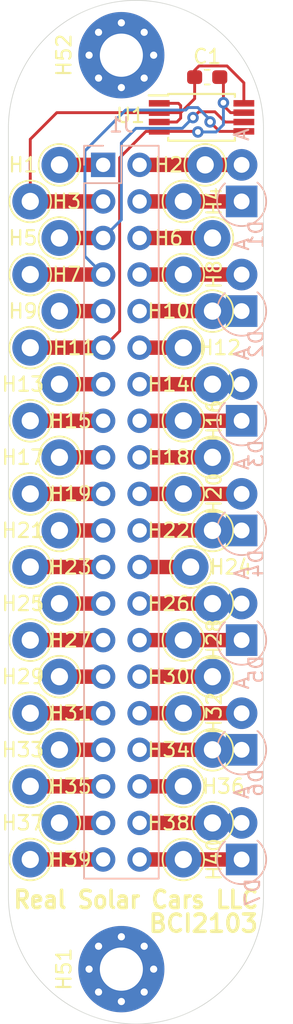
<source format=kicad_pcb>
(kicad_pcb (version 20171130) (host pcbnew 5.1.5-1.fc31)

  (general
    (thickness 1.6)
    (drawings 6)
    (tracks 97)
    (zones 0)
    (modules 52)
    (nets 43)
  )

  (page A4)
  (layers
    (0 F.Cu signal)
    (31 B.Cu signal)
    (32 B.Adhes user)
    (33 F.Adhes user)
    (34 B.Paste user)
    (35 F.Paste user)
    (36 B.SilkS user)
    (37 F.SilkS user)
    (38 B.Mask user)
    (39 F.Mask user)
    (40 Dwgs.User user)
    (41 Cmts.User user)
    (42 Eco1.User user)
    (43 Eco2.User user)
    (44 Edge.Cuts user)
    (45 Margin user)
    (46 B.CrtYd user)
    (47 F.CrtYd user)
    (48 B.Fab user hide)
    (49 F.Fab user hide)
  )

  (setup
    (last_trace_width 0.25)
    (user_trace_width 0.2)
    (user_trace_width 0.5)
    (user_trace_width 0.7)
    (user_trace_width 1)
    (trace_clearance 0.2)
    (zone_clearance 0.508)
    (zone_45_only no)
    (trace_min 0.2)
    (via_size 0.8)
    (via_drill 0.4)
    (via_min_size 0.4)
    (via_min_drill 0.3)
    (uvia_size 0.3)
    (uvia_drill 0.1)
    (uvias_allowed no)
    (uvia_min_size 0.2)
    (uvia_min_drill 0.1)
    (edge_width 0.05)
    (segment_width 0.2)
    (pcb_text_width 0.3)
    (pcb_text_size 1.5 1.5)
    (mod_edge_width 0.12)
    (mod_text_size 1 1)
    (mod_text_width 0.15)
    (pad_size 1.524 1.524)
    (pad_drill 0.762)
    (pad_to_mask_clearance 0.051)
    (solder_mask_min_width 0.25)
    (aux_axis_origin 0 0)
    (visible_elements FFFFFF7F)
    (pcbplotparams
      (layerselection 0x010fc_ffffffff)
      (usegerberextensions false)
      (usegerberattributes false)
      (usegerberadvancedattributes false)
      (creategerberjobfile false)
      (excludeedgelayer true)
      (linewidth 0.100000)
      (plotframeref false)
      (viasonmask false)
      (mode 1)
      (useauxorigin false)
      (hpglpennumber 1)
      (hpglpenspeed 20)
      (hpglpendiameter 15.000000)
      (psnegative false)
      (psa4output false)
      (plotreference true)
      (plotvalue true)
      (plotinvisibletext false)
      (padsonsilk false)
      (subtractmaskfromsilk false)
      (outputformat 4)
      (mirror false)
      (drillshape 0)
      (scaleselection 1)
      (outputdirectory ""))
  )

  (net 0 "")
  (net 1 "Net-(H1-Pad1)")
  (net 2 GND)
  (net 3 P24SDA)
  (net 4 P23SCL)
  (net 5 V3.3_DIGITAL)
  (net 6 "Net-(H6-Pad1)")
  (net 7 "Net-(H9-Pad1)")
  (net 8 "Net-(H12-Pad1)")
  (net 9 "Net-(H17-Pad1)")
  (net 10 "Net-(H18-Pad1)")
  (net 11 "Net-(H23-Pad1)")
  (net 12 "Net-(H24-Pad1)")
  (net 13 "Net-(H29-Pad1)")
  (net 14 "Net-(H31-Pad1)")
  (net 15 "Net-(H33-Pad1)")
  (net 16 "Net-(H35-Pad1)")
  (net 17 "Net-(H37-Pad1)")
  (net 18 "Net-(H39-Pad1)")
  (net 19 "Net-(H51-Pad1)")
  (net 20 "Net-(H52-Pad1)")
  (net 21 "Net-(D1-Pad2)")
  (net 22 "Net-(D1-Pad1)")
  (net 23 "Net-(D2-Pad2)")
  (net 24 "Net-(D2-Pad1)")
  (net 25 "Net-(D3-Pad2)")
  (net 26 "Net-(D3-Pad1)")
  (net 27 "Net-(D4-Pad2)")
  (net 28 "Net-(D4-Pad1)")
  (net 29 "Net-(D5-Pad2)")
  (net 30 "Net-(D5-Pad1)")
  (net 31 "Net-(D6-Pad2)")
  (net 32 "Net-(D6-Pad1)")
  (net 33 "Net-(D7-Pad2)")
  (net 34 "Net-(D7-Pad1)")
  (net 35 "Net-(H13-Pad1)")
  (net 36 "Net-(H15-Pad1)")
  (net 37 "Net-(H19-Pad1)")
  (net 38 "Net-(H21-Pad1)")
  (net 39 "Net-(H25-Pad1)")
  (net 40 "Net-(H27-Pad1)")
  (net 41 "Net-(H30-Pad1)")
  (net 42 "Net-(H36-Pad1)")

  (net_class Default "This is the default net class."
    (clearance 0.2)
    (trace_width 0.25)
    (via_dia 0.8)
    (via_drill 0.4)
    (uvia_dia 0.3)
    (uvia_drill 0.1)
    (add_net GND)
    (add_net "Net-(D1-Pad1)")
    (add_net "Net-(D1-Pad2)")
    (add_net "Net-(D2-Pad1)")
    (add_net "Net-(D2-Pad2)")
    (add_net "Net-(D3-Pad1)")
    (add_net "Net-(D3-Pad2)")
    (add_net "Net-(D4-Pad1)")
    (add_net "Net-(D4-Pad2)")
    (add_net "Net-(D5-Pad1)")
    (add_net "Net-(D5-Pad2)")
    (add_net "Net-(D6-Pad1)")
    (add_net "Net-(D6-Pad2)")
    (add_net "Net-(D7-Pad1)")
    (add_net "Net-(D7-Pad2)")
    (add_net "Net-(H1-Pad1)")
    (add_net "Net-(H12-Pad1)")
    (add_net "Net-(H13-Pad1)")
    (add_net "Net-(H15-Pad1)")
    (add_net "Net-(H17-Pad1)")
    (add_net "Net-(H18-Pad1)")
    (add_net "Net-(H19-Pad1)")
    (add_net "Net-(H21-Pad1)")
    (add_net "Net-(H23-Pad1)")
    (add_net "Net-(H24-Pad1)")
    (add_net "Net-(H25-Pad1)")
    (add_net "Net-(H27-Pad1)")
    (add_net "Net-(H29-Pad1)")
    (add_net "Net-(H30-Pad1)")
    (add_net "Net-(H31-Pad1)")
    (add_net "Net-(H33-Pad1)")
    (add_net "Net-(H35-Pad1)")
    (add_net "Net-(H36-Pad1)")
    (add_net "Net-(H37-Pad1)")
    (add_net "Net-(H39-Pad1)")
    (add_net "Net-(H51-Pad1)")
    (add_net "Net-(H52-Pad1)")
    (add_net "Net-(H6-Pad1)")
    (add_net "Net-(H9-Pad1)")
    (add_net P23SCL)
    (add_net P24SDA)
    (add_net V3.3_DIGITAL)
  )

  (module Package_SO:TSSOP-8_4.4x3mm_P0.65mm (layer F.Cu) (tedit 5A02F25C) (tstamp 600B96F4)
    (at 30.988 22.098)
    (descr "8-Lead Plastic Thin Shrink Small Outline (ST)-4.4 mm Body [TSSOP] (see Microchip Packaging Specification 00000049BS.pdf)")
    (tags "SSOP 0.65")
    (path /5FFE0210)
    (attr smd)
    (fp_text reference U1 (at -4.953 -0.127) (layer F.SilkS)
      (effects (font (size 1 1) (thickness 0.15)))
    )
    (fp_text value 24LC512 (at 0 2.55) (layer F.Fab)
      (effects (font (size 1 1) (thickness 0.15)))
    )
    (fp_text user %R (at 0 0) (layer F.Fab)
      (effects (font (size 0.7 0.7) (thickness 0.15)))
    )
    (fp_line (start -2.325 -1.525) (end -3.675 -1.525) (layer F.SilkS) (width 0.15))
    (fp_line (start -2.325 1.625) (end 2.325 1.625) (layer F.SilkS) (width 0.15))
    (fp_line (start -2.325 -1.625) (end 2.325 -1.625) (layer F.SilkS) (width 0.15))
    (fp_line (start -2.325 1.625) (end -2.325 1.425) (layer F.SilkS) (width 0.15))
    (fp_line (start 2.325 1.625) (end 2.325 1.425) (layer F.SilkS) (width 0.15))
    (fp_line (start 2.325 -1.625) (end 2.325 -1.425) (layer F.SilkS) (width 0.15))
    (fp_line (start -2.325 -1.625) (end -2.325 -1.525) (layer F.SilkS) (width 0.15))
    (fp_line (start -3.95 1.8) (end 3.95 1.8) (layer F.CrtYd) (width 0.05))
    (fp_line (start -3.95 -1.8) (end 3.95 -1.8) (layer F.CrtYd) (width 0.05))
    (fp_line (start 3.95 -1.8) (end 3.95 1.8) (layer F.CrtYd) (width 0.05))
    (fp_line (start -3.95 -1.8) (end -3.95 1.8) (layer F.CrtYd) (width 0.05))
    (fp_line (start -2.2 -0.5) (end -1.2 -1.5) (layer F.Fab) (width 0.15))
    (fp_line (start -2.2 1.5) (end -2.2 -0.5) (layer F.Fab) (width 0.15))
    (fp_line (start 2.2 1.5) (end -2.2 1.5) (layer F.Fab) (width 0.15))
    (fp_line (start 2.2 -1.5) (end 2.2 1.5) (layer F.Fab) (width 0.15))
    (fp_line (start -1.2 -1.5) (end 2.2 -1.5) (layer F.Fab) (width 0.15))
    (pad 8 smd rect (at 2.95 -0.975) (size 1.45 0.45) (layers F.Cu F.Paste F.Mask)
      (net 5 V3.3_DIGITAL))
    (pad 7 smd rect (at 2.95 -0.325) (size 1.45 0.45) (layers F.Cu F.Paste F.Mask)
      (net 2 GND))
    (pad 6 smd rect (at 2.95 0.325) (size 1.45 0.45) (layers F.Cu F.Paste F.Mask)
      (net 4 P23SCL))
    (pad 5 smd rect (at 2.95 0.975) (size 1.45 0.45) (layers F.Cu F.Paste F.Mask)
      (net 3 P24SDA))
    (pad 4 smd rect (at -2.95 0.975) (size 1.45 0.45) (layers F.Cu F.Paste F.Mask)
      (net 2 GND))
    (pad 3 smd rect (at -2.95 0.325) (size 1.45 0.45) (layers F.Cu F.Paste F.Mask)
      (net 5 V3.3_DIGITAL))
    (pad 2 smd rect (at -2.95 -0.325) (size 1.45 0.45) (layers F.Cu F.Paste F.Mask)
      (net 5 V3.3_DIGITAL))
    (pad 1 smd rect (at -2.95 -0.975) (size 1.45 0.45) (layers F.Cu F.Paste F.Mask)
      (net 5 V3.3_DIGITAL))
    (model ${KISYS3DMOD}/Package_SO.3dshapes/TSSOP-8_4.4x3mm_P0.65mm.wrl
      (at (xyz 0 0 0))
      (scale (xyz 1 1 1))
      (rotate (xyz 0 0 0))
    )
  )

  (module Capacitor_SMD:C_0603_1608Metric_Pad1.05x0.95mm_HandSolder (layer F.Cu) (tedit 5B301BBE) (tstamp 600B92C5)
    (at 31.383 19.304)
    (descr "Capacitor SMD 0603 (1608 Metric), square (rectangular) end terminal, IPC_7351 nominal with elongated pad for handsoldering. (Body size source: http://www.tortai-tech.com/upload/download/2011102023233369053.pdf), generated with kicad-footprint-generator")
    (tags "capacitor handsolder")
    (path /5FFE0229)
    (attr smd)
    (fp_text reference C1 (at 0 -1.43) (layer F.SilkS)
      (effects (font (size 1 1) (thickness 0.15)))
    )
    (fp_text value .1uF (at 0 1.43) (layer F.Fab)
      (effects (font (size 1 1) (thickness 0.15)))
    )
    (fp_text user %R (at 0 0) (layer F.Fab)
      (effects (font (size 0.4 0.4) (thickness 0.06)))
    )
    (fp_line (start 1.65 0.73) (end -1.65 0.73) (layer F.CrtYd) (width 0.05))
    (fp_line (start 1.65 -0.73) (end 1.65 0.73) (layer F.CrtYd) (width 0.05))
    (fp_line (start -1.65 -0.73) (end 1.65 -0.73) (layer F.CrtYd) (width 0.05))
    (fp_line (start -1.65 0.73) (end -1.65 -0.73) (layer F.CrtYd) (width 0.05))
    (fp_line (start -0.171267 0.51) (end 0.171267 0.51) (layer F.SilkS) (width 0.12))
    (fp_line (start -0.171267 -0.51) (end 0.171267 -0.51) (layer F.SilkS) (width 0.12))
    (fp_line (start 0.8 0.4) (end -0.8 0.4) (layer F.Fab) (width 0.1))
    (fp_line (start 0.8 -0.4) (end 0.8 0.4) (layer F.Fab) (width 0.1))
    (fp_line (start -0.8 -0.4) (end 0.8 -0.4) (layer F.Fab) (width 0.1))
    (fp_line (start -0.8 0.4) (end -0.8 -0.4) (layer F.Fab) (width 0.1))
    (pad 2 smd roundrect (at 0.875 0) (size 1.05 0.95) (layers F.Cu F.Paste F.Mask) (roundrect_rratio 0.25)
      (net 2 GND))
    (pad 1 smd roundrect (at -0.875 0) (size 1.05 0.95) (layers F.Cu F.Paste F.Mask) (roundrect_rratio 0.25)
      (net 5 V3.3_DIGITAL))
    (model ${KISYS3DMOD}/Capacitor_SMD.3dshapes/C_0603_1608Metric.wrl
      (at (xyz 0 0 0))
      (scale (xyz 1 1 1))
      (rotate (xyz 0 0 0))
    )
  )

  (module Diode_THT:D_DO-41_SOD81_P2.54mm_Vertical_AnodeUp (layer B.Cu) (tedit 5AE50CD5) (tstamp 600B500E)
    (at 33.782 73.66 90)
    (descr "Diode, DO-41_SOD81 series, Axial, Vertical, pin pitch=2.54mm, , length*diameter=5.2*2.7mm^2, , http://www.diodes.com/_files/packages/DO-41%20(Plastic).pdf")
    (tags "Diode DO-41_SOD81 series Axial Vertical pin pitch 2.54mm  length 5.2mm diameter 2.7mm")
    (path /60186C99)
    (fp_text reference D7 (at -2.286 0.762 90) (layer B.SilkS)
      (effects (font (size 1 1) (thickness 0.15)) (justify mirror))
    )
    (fp_text value 1N5819 (at 1.27 -3.639635 90) (layer B.Fab)
      (effects (font (size 1 1) (thickness 0.15)) (justify mirror))
    )
    (fp_text user A (at 4.64 0 90) (layer B.SilkS)
      (effects (font (size 1 1) (thickness 0.15)) (justify mirror))
    )
    (fp_text user A (at 4.64 0 90) (layer B.Fab)
      (effects (font (size 1 1) (thickness 0.15)) (justify mirror))
    )
    (fp_text user %R (at 1.27 2.750635 90) (layer B.Fab)
      (effects (font (size 1 1) (thickness 0.15)) (justify mirror))
    )
    (fp_line (start 3.89 1.6) (end -1.6 1.6) (layer B.CrtYd) (width 0.05))
    (fp_line (start 3.89 -1.6) (end 3.89 1.6) (layer B.CrtYd) (width 0.05))
    (fp_line (start -1.6 -1.6) (end 3.89 -1.6) (layer B.CrtYd) (width 0.05))
    (fp_line (start -1.6 1.6) (end -1.6 -1.6) (layer B.CrtYd) (width 0.05))
    (fp_line (start 0 0) (end 2.54 0) (layer B.Fab) (width 0.1))
    (fp_circle (center 0 0) (end 1.35 0) (layer B.Fab) (width 0.1))
    (fp_arc (start 0 0) (end 1.311153 1.1) (angle 276.998058) (layer B.SilkS) (width 0.12))
    (pad 2 thru_hole oval (at 2.54 0 90) (size 2.2 2.2) (drill 1.1) (layers *.Cu *.Mask)
      (net 33 "Net-(D7-Pad2)"))
    (pad 1 thru_hole rect (at 0 0 90) (size 2.2 2.2) (drill 1.1) (layers *.Cu *.Mask)
      (net 34 "Net-(D7-Pad1)"))
    (model ${KISYS3DMOD}/Diode_THT.3dshapes/D_DO-41_SOD81_P2.54mm_Vertical_AnodeUp.wrl
      (at (xyz 0 0 0))
      (scale (xyz 1 1 1))
      (rotate (xyz 0 0 0))
    )
  )

  (module Diode_THT:D_DO-41_SOD81_P2.54mm_Vertical_AnodeUp (layer B.Cu) (tedit 5AE50CD5) (tstamp 600B4FFE)
    (at 33.782 66.04 90)
    (descr "Diode, DO-41_SOD81 series, Axial, Vertical, pin pitch=2.54mm, , length*diameter=5.2*2.7mm^2, , http://www.diodes.com/_files/packages/DO-41%20(Plastic).pdf")
    (tags "Diode DO-41_SOD81 series Axial Vertical pin pitch 2.54mm  length 5.2mm diameter 2.7mm")
    (path /60186656)
    (fp_text reference D6 (at -2.286 1.016 90) (layer B.SilkS)
      (effects (font (size 1 1) (thickness 0.15)) (justify mirror))
    )
    (fp_text value 1N5819 (at 1.27 -3.639635 90) (layer B.Fab)
      (effects (font (size 1 1) (thickness 0.15)) (justify mirror))
    )
    (fp_text user A (at 4.64 0 90) (layer B.SilkS)
      (effects (font (size 1 1) (thickness 0.15)) (justify mirror))
    )
    (fp_text user A (at 4.64 0 90) (layer B.Fab)
      (effects (font (size 1 1) (thickness 0.15)) (justify mirror))
    )
    (fp_text user %R (at 1.27 2.750635 90) (layer B.Fab)
      (effects (font (size 1 1) (thickness 0.15)) (justify mirror))
    )
    (fp_line (start 3.89 1.6) (end -1.6 1.6) (layer B.CrtYd) (width 0.05))
    (fp_line (start 3.89 -1.6) (end 3.89 1.6) (layer B.CrtYd) (width 0.05))
    (fp_line (start -1.6 -1.6) (end 3.89 -1.6) (layer B.CrtYd) (width 0.05))
    (fp_line (start -1.6 1.6) (end -1.6 -1.6) (layer B.CrtYd) (width 0.05))
    (fp_line (start 0 0) (end 2.54 0) (layer B.Fab) (width 0.1))
    (fp_circle (center 0 0) (end 1.35 0) (layer B.Fab) (width 0.1))
    (fp_arc (start 0 0) (end 1.311153 1.1) (angle 276.998058) (layer B.SilkS) (width 0.12))
    (pad 2 thru_hole oval (at 2.54 0 90) (size 2.2 2.2) (drill 1.1) (layers *.Cu *.Mask)
      (net 31 "Net-(D6-Pad2)"))
    (pad 1 thru_hole rect (at 0 0 90) (size 2.2 2.2) (drill 1.1) (layers *.Cu *.Mask)
      (net 32 "Net-(D6-Pad1)"))
    (model ${KISYS3DMOD}/Diode_THT.3dshapes/D_DO-41_SOD81_P2.54mm_Vertical_AnodeUp.wrl
      (at (xyz 0 0 0))
      (scale (xyz 1 1 1))
      (rotate (xyz 0 0 0))
    )
  )

  (module Diode_THT:D_DO-41_SOD81_P2.54mm_Vertical_AnodeUp (layer B.Cu) (tedit 5AE50CD5) (tstamp 600B4FEE)
    (at 33.782 58.42 90)
    (descr "Diode, DO-41_SOD81 series, Axial, Vertical, pin pitch=2.54mm, , length*diameter=5.2*2.7mm^2, , http://www.diodes.com/_files/packages/DO-41%20(Plastic).pdf")
    (tags "Diode DO-41_SOD81 series Axial Vertical pin pitch 2.54mm  length 5.2mm diameter 2.7mm")
    (path /601860FE)
    (fp_text reference D5 (at -2.032 1.016 90) (layer B.SilkS)
      (effects (font (size 1 1) (thickness 0.15)) (justify mirror))
    )
    (fp_text value 1N5819 (at 1.27 -3.639635 90) (layer B.Fab)
      (effects (font (size 1 1) (thickness 0.15)) (justify mirror))
    )
    (fp_text user A (at 4.64 0 90) (layer B.SilkS)
      (effects (font (size 1 1) (thickness 0.15)) (justify mirror))
    )
    (fp_text user A (at 4.64 0 90) (layer B.Fab)
      (effects (font (size 1 1) (thickness 0.15)) (justify mirror))
    )
    (fp_text user %R (at 1.27 2.750635 90) (layer B.Fab)
      (effects (font (size 1 1) (thickness 0.15)) (justify mirror))
    )
    (fp_line (start 3.89 1.6) (end -1.6 1.6) (layer B.CrtYd) (width 0.05))
    (fp_line (start 3.89 -1.6) (end 3.89 1.6) (layer B.CrtYd) (width 0.05))
    (fp_line (start -1.6 -1.6) (end 3.89 -1.6) (layer B.CrtYd) (width 0.05))
    (fp_line (start -1.6 1.6) (end -1.6 -1.6) (layer B.CrtYd) (width 0.05))
    (fp_line (start 0 0) (end 2.54 0) (layer B.Fab) (width 0.1))
    (fp_circle (center 0 0) (end 1.35 0) (layer B.Fab) (width 0.1))
    (fp_arc (start 0 0) (end 1.311153 1.1) (angle 276.998058) (layer B.SilkS) (width 0.12))
    (pad 2 thru_hole oval (at 2.54 0 90) (size 2.2 2.2) (drill 1.1) (layers *.Cu *.Mask)
      (net 29 "Net-(D5-Pad2)"))
    (pad 1 thru_hole rect (at 0 0 90) (size 2.2 2.2) (drill 1.1) (layers *.Cu *.Mask)
      (net 30 "Net-(D5-Pad1)"))
    (model ${KISYS3DMOD}/Diode_THT.3dshapes/D_DO-41_SOD81_P2.54mm_Vertical_AnodeUp.wrl
      (at (xyz 0 0 0))
      (scale (xyz 1 1 1))
      (rotate (xyz 0 0 0))
    )
  )

  (module Diode_THT:D_DO-41_SOD81_P2.54mm_Vertical_AnodeUp (layer B.Cu) (tedit 5AE50CD5) (tstamp 600B4FDE)
    (at 33.782 50.8 90)
    (descr "Diode, DO-41_SOD81 series, Axial, Vertical, pin pitch=2.54mm, , length*diameter=5.2*2.7mm^2, , http://www.diodes.com/_files/packages/DO-41%20(Plastic).pdf")
    (tags "Diode DO-41_SOD81 series Axial Vertical pin pitch 2.54mm  length 5.2mm diameter 2.7mm")
    (path /60185C30)
    (fp_text reference D4 (at -2.286 1.016 90) (layer B.SilkS)
      (effects (font (size 1 1) (thickness 0.15)) (justify mirror))
    )
    (fp_text value 1N5819 (at 1.27 -3.639635 90) (layer B.Fab)
      (effects (font (size 1 1) (thickness 0.15)) (justify mirror))
    )
    (fp_text user A (at 4.64 0 90) (layer B.SilkS)
      (effects (font (size 1 1) (thickness 0.15)) (justify mirror))
    )
    (fp_text user A (at 4.64 0 90) (layer B.Fab)
      (effects (font (size 1 1) (thickness 0.15)) (justify mirror))
    )
    (fp_text user %R (at 1.27 2.750635 90) (layer B.Fab)
      (effects (font (size 1 1) (thickness 0.15)) (justify mirror))
    )
    (fp_line (start 3.89 1.6) (end -1.6 1.6) (layer B.CrtYd) (width 0.05))
    (fp_line (start 3.89 -1.6) (end 3.89 1.6) (layer B.CrtYd) (width 0.05))
    (fp_line (start -1.6 -1.6) (end 3.89 -1.6) (layer B.CrtYd) (width 0.05))
    (fp_line (start -1.6 1.6) (end -1.6 -1.6) (layer B.CrtYd) (width 0.05))
    (fp_line (start 0 0) (end 2.54 0) (layer B.Fab) (width 0.1))
    (fp_circle (center 0 0) (end 1.35 0) (layer B.Fab) (width 0.1))
    (fp_arc (start 0 0) (end 1.311153 1.1) (angle 276.998058) (layer B.SilkS) (width 0.12))
    (pad 2 thru_hole oval (at 2.54 0 90) (size 2.2 2.2) (drill 1.1) (layers *.Cu *.Mask)
      (net 27 "Net-(D4-Pad2)"))
    (pad 1 thru_hole rect (at 0 0 90) (size 2.2 2.2) (drill 1.1) (layers *.Cu *.Mask)
      (net 28 "Net-(D4-Pad1)"))
    (model ${KISYS3DMOD}/Diode_THT.3dshapes/D_DO-41_SOD81_P2.54mm_Vertical_AnodeUp.wrl
      (at (xyz 0 0 0))
      (scale (xyz 1 1 1))
      (rotate (xyz 0 0 0))
    )
  )

  (module Diode_THT:D_DO-41_SOD81_P2.54mm_Vertical_AnodeUp (layer B.Cu) (tedit 5AE50CD5) (tstamp 600B4FCE)
    (at 33.782 43.18 90)
    (descr "Diode, DO-41_SOD81 series, Axial, Vertical, pin pitch=2.54mm, , length*diameter=5.2*2.7mm^2, , http://www.diodes.com/_files/packages/DO-41%20(Plastic).pdf")
    (tags "Diode DO-41_SOD81 series Axial Vertical pin pitch 2.54mm  length 5.2mm diameter 2.7mm")
    (path /601856FC)
    (fp_text reference D3 (at -2.286 1.016 270) (layer B.SilkS)
      (effects (font (size 1 1) (thickness 0.15)) (justify mirror))
    )
    (fp_text value 1N5819 (at 1.27 -3.639635 270) (layer B.Fab)
      (effects (font (size 1 1) (thickness 0.15)) (justify mirror))
    )
    (fp_text user A (at 4.64 0 270) (layer B.SilkS)
      (effects (font (size 1 1) (thickness 0.15)) (justify mirror))
    )
    (fp_text user A (at 4.64 0 270) (layer B.Fab)
      (effects (font (size 1 1) (thickness 0.15)) (justify mirror))
    )
    (fp_text user %R (at 1.27 2.750635 270) (layer B.Fab)
      (effects (font (size 1 1) (thickness 0.15)) (justify mirror))
    )
    (fp_line (start 3.89 1.6) (end -1.6 1.6) (layer B.CrtYd) (width 0.05))
    (fp_line (start 3.89 -1.6) (end 3.89 1.6) (layer B.CrtYd) (width 0.05))
    (fp_line (start -1.6 -1.6) (end 3.89 -1.6) (layer B.CrtYd) (width 0.05))
    (fp_line (start -1.6 1.6) (end -1.6 -1.6) (layer B.CrtYd) (width 0.05))
    (fp_line (start 0 0) (end 2.54 0) (layer B.Fab) (width 0.1))
    (fp_circle (center 0 0) (end 1.35 0) (layer B.Fab) (width 0.1))
    (fp_arc (start 0 0) (end 1.311153 1.1) (angle 276.998058) (layer B.SilkS) (width 0.12))
    (pad 2 thru_hole oval (at 2.54 0 90) (size 2.2 2.2) (drill 1.1) (layers *.Cu *.Mask)
      (net 25 "Net-(D3-Pad2)"))
    (pad 1 thru_hole rect (at 0 0 90) (size 2.2 2.2) (drill 1.1) (layers *.Cu *.Mask)
      (net 26 "Net-(D3-Pad1)"))
    (model ${KISYS3DMOD}/Diode_THT.3dshapes/D_DO-41_SOD81_P2.54mm_Vertical_AnodeUp.wrl
      (at (xyz 0 0 0))
      (scale (xyz 1 1 1))
      (rotate (xyz 0 0 0))
    )
  )

  (module Diode_THT:D_DO-41_SOD81_P2.54mm_Vertical_AnodeUp (layer B.Cu) (tedit 5AE50CD5) (tstamp 600B4FBE)
    (at 33.782 35.56 90)
    (descr "Diode, DO-41_SOD81 series, Axial, Vertical, pin pitch=2.54mm, , length*diameter=5.2*2.7mm^2, , http://www.diodes.com/_files/packages/DO-41%20(Plastic).pdf")
    (tags "Diode DO-41_SOD81 series Axial Vertical pin pitch 2.54mm  length 5.2mm diameter 2.7mm")
    (path /601851B5)
    (fp_text reference D2 (at -2.286 1.016 90) (layer B.SilkS)
      (effects (font (size 1 1) (thickness 0.15)) (justify mirror))
    )
    (fp_text value 1N5819 (at 1.27 -3.639635 90) (layer B.Fab)
      (effects (font (size 1 1) (thickness 0.15)) (justify mirror))
    )
    (fp_text user A (at 4.64 0 90) (layer B.SilkS)
      (effects (font (size 1 1) (thickness 0.15)) (justify mirror))
    )
    (fp_text user A (at 4.64 0 90) (layer B.Fab)
      (effects (font (size 1 1) (thickness 0.15)) (justify mirror))
    )
    (fp_text user %R (at 1.27 2.750635 90) (layer B.Fab)
      (effects (font (size 1 1) (thickness 0.15)) (justify mirror))
    )
    (fp_line (start 3.89 1.6) (end -1.6 1.6) (layer B.CrtYd) (width 0.05))
    (fp_line (start 3.89 -1.6) (end 3.89 1.6) (layer B.CrtYd) (width 0.05))
    (fp_line (start -1.6 -1.6) (end 3.89 -1.6) (layer B.CrtYd) (width 0.05))
    (fp_line (start -1.6 1.6) (end -1.6 -1.6) (layer B.CrtYd) (width 0.05))
    (fp_line (start 0 0) (end 2.54 0) (layer B.Fab) (width 0.1))
    (fp_circle (center 0 0) (end 1.35 0) (layer B.Fab) (width 0.1))
    (fp_arc (start 0 0) (end 1.311153 1.1) (angle 276.998058) (layer B.SilkS) (width 0.12))
    (pad 2 thru_hole oval (at 2.54 0 90) (size 2.2 2.2) (drill 1.1) (layers *.Cu *.Mask)
      (net 23 "Net-(D2-Pad2)"))
    (pad 1 thru_hole rect (at 0 0 90) (size 2.2 2.2) (drill 1.1) (layers *.Cu *.Mask)
      (net 24 "Net-(D2-Pad1)"))
    (model ${KISYS3DMOD}/Diode_THT.3dshapes/D_DO-41_SOD81_P2.54mm_Vertical_AnodeUp.wrl
      (at (xyz 0 0 0))
      (scale (xyz 1 1 1))
      (rotate (xyz 0 0 0))
    )
  )

  (module Diode_THT:D_DO-41_SOD81_P2.54mm_Vertical_AnodeUp (layer B.Cu) (tedit 5AE50CD5) (tstamp 600B3BF5)
    (at 33.782 27.94 90)
    (descr "Diode, DO-41_SOD81 series, Axial, Vertical, pin pitch=2.54mm, , length*diameter=5.2*2.7mm^2, , http://www.diodes.com/_files/packages/DO-41%20(Plastic).pdf")
    (tags "Diode DO-41_SOD81 series Axial Vertical pin pitch 2.54mm  length 5.2mm diameter 2.7mm")
    (path /60180761)
    (fp_text reference D1 (at -2.286 1.016 90) (layer B.SilkS)
      (effects (font (size 1 1) (thickness 0.15)) (justify mirror))
    )
    (fp_text value 1N5819 (at 1.27 -3.639635 90) (layer B.Fab)
      (effects (font (size 1 1) (thickness 0.15)) (justify mirror))
    )
    (fp_text user A (at 4.64 0 90) (layer B.SilkS)
      (effects (font (size 1 1) (thickness 0.15)) (justify mirror))
    )
    (fp_text user A (at 4.64 0 90) (layer B.Fab)
      (effects (font (size 1 1) (thickness 0.15)) (justify mirror))
    )
    (fp_text user %R (at 1.27 2.750635 90) (layer B.Fab)
      (effects (font (size 1 1) (thickness 0.15)) (justify mirror))
    )
    (fp_line (start 3.89 1.6) (end -1.6 1.6) (layer B.CrtYd) (width 0.05))
    (fp_line (start 3.89 -1.6) (end 3.89 1.6) (layer B.CrtYd) (width 0.05))
    (fp_line (start -1.6 -1.6) (end 3.89 -1.6) (layer B.CrtYd) (width 0.05))
    (fp_line (start -1.6 1.6) (end -1.6 -1.6) (layer B.CrtYd) (width 0.05))
    (fp_line (start 0 0) (end 2.54 0) (layer B.Fab) (width 0.1))
    (fp_circle (center 0 0) (end 1.35 0) (layer B.Fab) (width 0.1))
    (fp_arc (start 0 0) (end 1.311153 1.1) (angle 276.998058) (layer B.SilkS) (width 0.12))
    (pad 2 thru_hole oval (at 2.54 0 90) (size 2.2 2.2) (drill 1.1) (layers *.Cu *.Mask)
      (net 21 "Net-(D1-Pad2)"))
    (pad 1 thru_hole rect (at 0 0 90) (size 2.2 2.2) (drill 1.1) (layers *.Cu *.Mask)
      (net 22 "Net-(D1-Pad1)"))
    (model ${KISYS3DMOD}/Diode_THT.3dshapes/D_DO-41_SOD81_P2.54mm_Vertical_AnodeUp.wrl
      (at (xyz 0 0 0))
      (scale (xyz 1 1 1))
      (rotate (xyz 0 0 0))
    )
  )

  (module TestPoint:TestPoint_THTPad_D2.5mm_Drill1.2mm (layer F.Cu) (tedit 5A0F774F) (tstamp 600B83FC)
    (at 29.718 73.66 270)
    (descr "THT pad as test Point, diameter 2.5mm, hole diameter 1.2mm ")
    (tags "test point THT pad")
    (path /60149E93)
    (attr virtual)
    (fp_text reference H40 (at 0 -2.148 90) (layer F.SilkS)
      (effects (font (size 1 1) (thickness 0.15)))
    )
    (fp_text value MountingHole_Pad (at 0 2.25 90) (layer F.Fab)
      (effects (font (size 1 1) (thickness 0.15)))
    )
    (fp_circle (center 0 0) (end 0 1.45) (layer F.SilkS) (width 0.12))
    (fp_circle (center 0 0) (end 1.75 0) (layer F.CrtYd) (width 0.05))
    (fp_text user %R (at 0 -2.15 90) (layer F.Fab)
      (effects (font (size 1 1) (thickness 0.15)))
    )
    (pad 1 thru_hole circle (at 0 0 270) (size 2.5 2.5) (drill 1.2) (layers *.Cu *.Mask)
      (net 34 "Net-(D7-Pad1)"))
  )

  (module TestPoint:TestPoint_THTPad_D2.5mm_Drill1.2mm (layer F.Cu) (tedit 5A0F774F) (tstamp 600B304A)
    (at 19.05 73.66 270)
    (descr "THT pad as test Point, diameter 2.5mm, hole diameter 1.2mm ")
    (tags "test point THT pad")
    (path /60159806)
    (attr virtual)
    (fp_text reference H39 (at 0 -2.794) (layer F.SilkS)
      (effects (font (size 1 1) (thickness 0.15)))
    )
    (fp_text value MountingHole_Pad (at 0 2.25 90) (layer F.Fab)
      (effects (font (size 1 1) (thickness 0.15)))
    )
    (fp_circle (center 0 0) (end 0 1.45) (layer F.SilkS) (width 0.12))
    (fp_circle (center 0 0) (end 1.75 0) (layer F.CrtYd) (width 0.05))
    (fp_text user %R (at 0 -2.15 90) (layer F.Fab)
      (effects (font (size 1 1) (thickness 0.15)))
    )
    (pad 1 thru_hole circle (at 0 0 270) (size 2.5 2.5) (drill 1.2) (layers *.Cu *.Mask)
      (net 18 "Net-(H39-Pad1)"))
  )

  (module TestPoint:TestPoint_THTPad_D2.5mm_Drill1.2mm (layer F.Cu) (tedit 5A0F774F) (tstamp 600B3042)
    (at 31.75 71.12 90)
    (descr "THT pad as test Point, diameter 2.5mm, hole diameter 1.2mm ")
    (tags "test point THT pad")
    (path /60149C75)
    (attr virtual)
    (fp_text reference H38 (at 0 -3.048) (layer F.SilkS)
      (effects (font (size 1 1) (thickness 0.15)))
    )
    (fp_text value MountingHole_Pad (at 0 2.25 90) (layer F.Fab)
      (effects (font (size 1 1) (thickness 0.15)))
    )
    (fp_circle (center 0 0) (end 0 1.45) (layer F.SilkS) (width 0.12))
    (fp_circle (center 0 0) (end 1.75 0) (layer F.CrtYd) (width 0.05))
    (fp_text user %R (at 0 -2.15 90) (layer F.Fab)
      (effects (font (size 1 1) (thickness 0.15)))
    )
    (pad 1 thru_hole circle (at 0 0 90) (size 2.5 2.5) (drill 1.2) (layers *.Cu *.Mask)
      (net 33 "Net-(D7-Pad2)"))
  )

  (module TestPoint:TestPoint_THTPad_D2.5mm_Drill1.2mm (layer F.Cu) (tedit 5A0F774F) (tstamp 600B303A)
    (at 21.082 71.12 90)
    (descr "THT pad as test Point, diameter 2.5mm, hole diameter 1.2mm ")
    (tags "test point THT pad")
    (path /6015931D)
    (attr virtual)
    (fp_text reference H37 (at 0 -2.54) (layer F.SilkS)
      (effects (font (size 1 1) (thickness 0.15)))
    )
    (fp_text value MountingHole_Pad (at 0 2.25 90) (layer F.Fab)
      (effects (font (size 1 1) (thickness 0.15)))
    )
    (fp_circle (center 0 0) (end 0 1.45) (layer F.SilkS) (width 0.12))
    (fp_circle (center 0 0) (end 1.75 0) (layer F.CrtYd) (width 0.05))
    (fp_text user %R (at 0 -2.15 90) (layer F.Fab)
      (effects (font (size 1 1) (thickness 0.15)))
    )
    (pad 1 thru_hole circle (at 0 0 90) (size 2.5 2.5) (drill 1.2) (layers *.Cu *.Mask)
      (net 17 "Net-(H37-Pad1)"))
  )

  (module TestPoint:TestPoint_THTPad_D2.5mm_Drill1.2mm (layer F.Cu) (tedit 5A0F774F) (tstamp 600B3032)
    (at 29.718 68.58 270)
    (descr "THT pad as test Point, diameter 2.5mm, hole diameter 1.2mm ")
    (tags "test point THT pad")
    (path /60149A1E)
    (attr virtual)
    (fp_text reference H36 (at 0 -2.794 180) (layer F.SilkS)
      (effects (font (size 1 1) (thickness 0.15)))
    )
    (fp_text value MountingHole_Pad (at 0 2.25 90) (layer F.Fab)
      (effects (font (size 1 1) (thickness 0.15)))
    )
    (fp_circle (center 0 0) (end 0 1.45) (layer F.SilkS) (width 0.12))
    (fp_circle (center 0 0) (end 1.75 0) (layer F.CrtYd) (width 0.05))
    (fp_text user %R (at 0 -2.15 90) (layer F.Fab)
      (effects (font (size 1 1) (thickness 0.15)))
    )
    (pad 1 thru_hole circle (at 0 0 270) (size 2.5 2.5) (drill 1.2) (layers *.Cu *.Mask)
      (net 42 "Net-(H36-Pad1)"))
  )

  (module TestPoint:TestPoint_THTPad_D2.5mm_Drill1.2mm (layer F.Cu) (tedit 5A0F774F) (tstamp 600B3576)
    (at 19.05 68.58 270)
    (descr "THT pad as test Point, diameter 2.5mm, hole diameter 1.2mm ")
    (tags "test point THT pad")
    (path /6015B004)
    (attr virtual)
    (fp_text reference H35 (at 0 -2.794) (layer F.SilkS)
      (effects (font (size 1 1) (thickness 0.15)))
    )
    (fp_text value MountingHole_Pad (at 0 2.25 90) (layer F.Fab)
      (effects (font (size 1 1) (thickness 0.15)))
    )
    (fp_circle (center 0 0) (end 0 1.45) (layer F.SilkS) (width 0.12))
    (fp_circle (center 0 0) (end 1.75 0) (layer F.CrtYd) (width 0.05))
    (fp_text user %R (at 0 -2.15 90) (layer F.Fab)
      (effects (font (size 1 1) (thickness 0.15)))
    )
    (pad 1 thru_hole circle (at 0 0 270) (size 2.5 2.5) (drill 1.2) (layers *.Cu *.Mask)
      (net 16 "Net-(H35-Pad1)"))
  )

  (module TestPoint:TestPoint_THTPad_D2.5mm_Drill1.2mm (layer F.Cu) (tedit 5A0F774F) (tstamp 600B3022)
    (at 31.75 66.04 90)
    (descr "THT pad as test Point, diameter 2.5mm, hole diameter 1.2mm ")
    (tags "test point THT pad")
    (path /601497DF)
    (attr virtual)
    (fp_text reference H34 (at 0 -3.048) (layer F.SilkS)
      (effects (font (size 1 1) (thickness 0.15)))
    )
    (fp_text value MountingHole_Pad (at 0 2.25 90) (layer F.Fab)
      (effects (font (size 1 1) (thickness 0.15)))
    )
    (fp_circle (center 0 0) (end 0 1.45) (layer F.SilkS) (width 0.12))
    (fp_circle (center 0 0) (end 1.75 0) (layer F.CrtYd) (width 0.05))
    (fp_text user %R (at 0 -2.15 90) (layer F.Fab)
      (effects (font (size 1 1) (thickness 0.15)))
    )
    (pad 1 thru_hole circle (at 0 0 90) (size 2.5 2.5) (drill 1.2) (layers *.Cu *.Mask)
      (net 32 "Net-(D6-Pad1)"))
  )

  (module TestPoint:TestPoint_THTPad_D2.5mm_Drill1.2mm (layer F.Cu) (tedit 5A0F774F) (tstamp 600B301A)
    (at 21.082 66.04 90)
    (descr "THT pad as test Point, diameter 2.5mm, hole diameter 1.2mm ")
    (tags "test point THT pad")
    (path /60158FC6)
    (attr virtual)
    (fp_text reference H33 (at 0 -2.54) (layer F.SilkS)
      (effects (font (size 1 1) (thickness 0.15)))
    )
    (fp_text value MountingHole_Pad (at 0 2.25 90) (layer F.Fab)
      (effects (font (size 1 1) (thickness 0.15)))
    )
    (fp_circle (center 0 0) (end 0 1.45) (layer F.SilkS) (width 0.12))
    (fp_circle (center 0 0) (end 1.75 0) (layer F.CrtYd) (width 0.05))
    (fp_text user %R (at 0 -2.15 90) (layer F.Fab)
      (effects (font (size 1 1) (thickness 0.15)))
    )
    (pad 1 thru_hole circle (at 0 0 90) (size 2.5 2.5) (drill 1.2) (layers *.Cu *.Mask)
      (net 15 "Net-(H33-Pad1)"))
  )

  (module TestPoint:TestPoint_THTPad_D2.5mm_Drill1.2mm (layer F.Cu) (tedit 5A0F774F) (tstamp 600B3012)
    (at 29.718 63.5 270)
    (descr "THT pad as test Point, diameter 2.5mm, hole diameter 1.2mm ")
    (tags "test point THT pad")
    (path /6014957F)
    (attr virtual)
    (fp_text reference H32 (at 0 -2.148 90) (layer F.SilkS)
      (effects (font (size 1 1) (thickness 0.15)))
    )
    (fp_text value MountingHole_Pad (at 0 2.25 90) (layer F.Fab)
      (effects (font (size 1 1) (thickness 0.15)))
    )
    (fp_circle (center 0 0) (end 0 1.45) (layer F.SilkS) (width 0.12))
    (fp_circle (center 0 0) (end 1.75 0) (layer F.CrtYd) (width 0.05))
    (fp_text user %R (at 0 -2.15 90) (layer F.Fab)
      (effects (font (size 1 1) (thickness 0.15)))
    )
    (pad 1 thru_hole circle (at 0 0 270) (size 2.5 2.5) (drill 1.2) (layers *.Cu *.Mask)
      (net 31 "Net-(D6-Pad2)"))
  )

  (module TestPoint:TestPoint_THTPad_D2.5mm_Drill1.2mm (layer F.Cu) (tedit 5A0F774F) (tstamp 600B300A)
    (at 19.05 63.5 270)
    (descr "THT pad as test Point, diameter 2.5mm, hole diameter 1.2mm ")
    (tags "test point THT pad")
    (path /60157308)
    (attr virtual)
    (fp_text reference H31 (at 0 -2.794) (layer F.SilkS)
      (effects (font (size 1 1) (thickness 0.15)))
    )
    (fp_text value MountingHole_Pad (at 0 2.25 90) (layer F.Fab)
      (effects (font (size 1 1) (thickness 0.15)))
    )
    (fp_circle (center 0 0) (end 0 1.45) (layer F.SilkS) (width 0.12))
    (fp_circle (center 0 0) (end 1.75 0) (layer F.CrtYd) (width 0.05))
    (fp_text user %R (at 0 -2.15 90) (layer F.Fab)
      (effects (font (size 1 1) (thickness 0.15)))
    )
    (pad 1 thru_hole circle (at 0 0 270) (size 2.5 2.5) (drill 1.2) (layers *.Cu *.Mask)
      (net 14 "Net-(H31-Pad1)"))
  )

  (module TestPoint:TestPoint_THTPad_D2.5mm_Drill1.2mm (layer F.Cu) (tedit 5A0F774F) (tstamp 600B3002)
    (at 31.75 60.96 90)
    (descr "THT pad as test Point, diameter 2.5mm, hole diameter 1.2mm ")
    (tags "test point THT pad")
    (path /60149265)
    (attr virtual)
    (fp_text reference H30 (at 0 -3.048) (layer F.SilkS)
      (effects (font (size 1 1) (thickness 0.15)))
    )
    (fp_text value MountingHole_Pad (at 0 2.25 90) (layer F.Fab)
      (effects (font (size 1 1) (thickness 0.15)))
    )
    (fp_circle (center 0 0) (end 0 1.45) (layer F.SilkS) (width 0.12))
    (fp_circle (center 0 0) (end 1.75 0) (layer F.CrtYd) (width 0.05))
    (fp_text user %R (at 0 -2.15 90) (layer F.Fab)
      (effects (font (size 1 1) (thickness 0.15)))
    )
    (pad 1 thru_hole circle (at 0 0 90) (size 2.5 2.5) (drill 1.2) (layers *.Cu *.Mask)
      (net 41 "Net-(H30-Pad1)"))
  )

  (module TestPoint:TestPoint_THTPad_D2.5mm_Drill1.2mm (layer F.Cu) (tedit 5A0F774F) (tstamp 600B2FFA)
    (at 21.082 60.96 90)
    (descr "THT pad as test Point, diameter 2.5mm, hole diameter 1.2mm ")
    (tags "test point THT pad")
    (path /6015B360)
    (attr virtual)
    (fp_text reference H29 (at 0 -2.54) (layer F.SilkS)
      (effects (font (size 1 1) (thickness 0.15)))
    )
    (fp_text value MountingHole_Pad (at 0 2.25 90) (layer F.Fab)
      (effects (font (size 1 1) (thickness 0.15)))
    )
    (fp_circle (center 0 0) (end 0 1.45) (layer F.SilkS) (width 0.12))
    (fp_circle (center 0 0) (end 1.75 0) (layer F.CrtYd) (width 0.05))
    (fp_text user %R (at 0 -2.15 90) (layer F.Fab)
      (effects (font (size 1 1) (thickness 0.15)))
    )
    (pad 1 thru_hole circle (at 0 0 90) (size 2.5 2.5) (drill 1.2) (layers *.Cu *.Mask)
      (net 13 "Net-(H29-Pad1)"))
  )

  (module TestPoint:TestPoint_THTPad_D2.5mm_Drill1.2mm (layer F.Cu) (tedit 5A0F774F) (tstamp 600B2FF2)
    (at 29.718 58.42 270)
    (descr "THT pad as test Point, diameter 2.5mm, hole diameter 1.2mm ")
    (tags "test point THT pad")
    (path /60149061)
    (attr virtual)
    (fp_text reference H28 (at 0 -2.148 90) (layer F.SilkS)
      (effects (font (size 1 1) (thickness 0.15)))
    )
    (fp_text value MountingHole_Pad (at 0 2.25 90) (layer F.Fab)
      (effects (font (size 1 1) (thickness 0.15)))
    )
    (fp_circle (center 0 0) (end 0 1.45) (layer F.SilkS) (width 0.12))
    (fp_circle (center 0 0) (end 1.75 0) (layer F.CrtYd) (width 0.05))
    (fp_text user %R (at 0 -2.15 90) (layer F.Fab)
      (effects (font (size 1 1) (thickness 0.15)))
    )
    (pad 1 thru_hole circle (at 0 0 270) (size 2.5 2.5) (drill 1.2) (layers *.Cu *.Mask)
      (net 30 "Net-(D5-Pad1)"))
  )

  (module TestPoint:TestPoint_THTPad_D2.5mm_Drill1.2mm (layer F.Cu) (tedit 5A0F774F) (tstamp 600B2FEA)
    (at 19.05 58.42 270)
    (descr "THT pad as test Point, diameter 2.5mm, hole diameter 1.2mm ")
    (tags "test point THT pad")
    (path /60157003)
    (attr virtual)
    (fp_text reference H27 (at 0 -2.794) (layer F.SilkS)
      (effects (font (size 1 1) (thickness 0.15)))
    )
    (fp_text value MountingHole_Pad (at 0 2.25 90) (layer F.Fab)
      (effects (font (size 1 1) (thickness 0.15)))
    )
    (fp_circle (center 0 0) (end 0 1.45) (layer F.SilkS) (width 0.12))
    (fp_circle (center 0 0) (end 1.75 0) (layer F.CrtYd) (width 0.05))
    (fp_text user %R (at 0 -2.15 90) (layer F.Fab)
      (effects (font (size 1 1) (thickness 0.15)))
    )
    (pad 1 thru_hole circle (at 0 0 270) (size 2.5 2.5) (drill 1.2) (layers *.Cu *.Mask)
      (net 40 "Net-(H27-Pad1)"))
  )

  (module TestPoint:TestPoint_THTPad_D2.5mm_Drill1.2mm (layer F.Cu) (tedit 5A0F774F) (tstamp 600B2FE2)
    (at 31.75 55.88 90)
    (descr "THT pad as test Point, diameter 2.5mm, hole diameter 1.2mm ")
    (tags "test point THT pad")
    (path /60148D69)
    (attr virtual)
    (fp_text reference H26 (at 0 -3.048) (layer F.SilkS)
      (effects (font (size 1 1) (thickness 0.15)))
    )
    (fp_text value MountingHole_Pad (at 0 2.25 90) (layer F.Fab)
      (effects (font (size 1 1) (thickness 0.15)))
    )
    (fp_circle (center 0 0) (end 0 1.45) (layer F.SilkS) (width 0.12))
    (fp_circle (center 0 0) (end 1.75 0) (layer F.CrtYd) (width 0.05))
    (fp_text user %R (at 0 -2.15 90) (layer F.Fab)
      (effects (font (size 1 1) (thickness 0.15)))
    )
    (pad 1 thru_hole circle (at 0 0 90) (size 2.5 2.5) (drill 1.2) (layers *.Cu *.Mask)
      (net 29 "Net-(D5-Pad2)"))
  )

  (module TestPoint:TestPoint_THTPad_D2.5mm_Drill1.2mm (layer F.Cu) (tedit 5A0F774F) (tstamp 600B2FDA)
    (at 21.082 55.88 90)
    (descr "THT pad as test Point, diameter 2.5mm, hole diameter 1.2mm ")
    (tags "test point THT pad")
    (path /60156C9F)
    (attr virtual)
    (fp_text reference H25 (at 0 -2.54) (layer F.SilkS)
      (effects (font (size 1 1) (thickness 0.15)))
    )
    (fp_text value MountingHole_Pad (at 0 2.25 90) (layer F.Fab)
      (effects (font (size 1 1) (thickness 0.15)))
    )
    (fp_circle (center 0 0) (end 0 1.45) (layer F.SilkS) (width 0.12))
    (fp_circle (center 0 0) (end 1.75 0) (layer F.CrtYd) (width 0.05))
    (fp_text user %R (at 0 -2.15 90) (layer F.Fab)
      (effects (font (size 1 1) (thickness 0.15)))
    )
    (pad 1 thru_hole circle (at 0 0 90) (size 2.5 2.5) (drill 1.2) (layers *.Cu *.Mask)
      (net 39 "Net-(H25-Pad1)"))
  )

  (module TestPoint:TestPoint_THTPad_D2.5mm_Drill1.2mm (layer F.Cu) (tedit 5A0F774F) (tstamp 600B2FD2)
    (at 30.226 53.34 270)
    (descr "THT pad as test Point, diameter 2.5mm, hole diameter 1.2mm ")
    (tags "test point THT pad")
    (path /6014A0DD)
    (attr virtual)
    (fp_text reference H24 (at 0 -2.794 180) (layer F.SilkS)
      (effects (font (size 1 1) (thickness 0.15)))
    )
    (fp_text value MountingHole_Pad (at 0 2.25 90) (layer F.Fab)
      (effects (font (size 1 1) (thickness 0.15)))
    )
    (fp_circle (center 0 0) (end 0 1.45) (layer F.SilkS) (width 0.12))
    (fp_circle (center 0 0) (end 1.75 0) (layer F.CrtYd) (width 0.05))
    (fp_text user %R (at 0 -2.15 90) (layer F.Fab)
      (effects (font (size 1 1) (thickness 0.15)))
    )
    (pad 1 thru_hole circle (at 0 0 270) (size 2.5 2.5) (drill 1.2) (layers *.Cu *.Mask)
      (net 12 "Net-(H24-Pad1)"))
  )

  (module TestPoint:TestPoint_THTPad_D2.5mm_Drill1.2mm (layer F.Cu) (tedit 5A0F774F) (tstamp 600B2FCA)
    (at 19.05 53.34 270)
    (descr "THT pad as test Point, diameter 2.5mm, hole diameter 1.2mm ")
    (tags "test point THT pad")
    (path /6015B674)
    (attr virtual)
    (fp_text reference H23 (at 0 -2.794 180) (layer F.SilkS)
      (effects (font (size 1 1) (thickness 0.15)))
    )
    (fp_text value MountingHole_Pad (at 0 2.25 90) (layer F.Fab)
      (effects (font (size 1 1) (thickness 0.15)))
    )
    (fp_circle (center 0 0) (end 0 1.45) (layer F.SilkS) (width 0.12))
    (fp_circle (center 0 0) (end 1.75 0) (layer F.CrtYd) (width 0.05))
    (fp_text user %R (at 0 -2.15 90) (layer F.Fab)
      (effects (font (size 1 1) (thickness 0.15)))
    )
    (pad 1 thru_hole circle (at 0 0 270) (size 2.5 2.5) (drill 1.2) (layers *.Cu *.Mask)
      (net 11 "Net-(H23-Pad1)"))
  )

  (module TestPoint:TestPoint_THTPad_D2.5mm_Drill1.2mm (layer F.Cu) (tedit 5A0F774F) (tstamp 600B2FC2)
    (at 31.75 50.8 90)
    (descr "THT pad as test Point, diameter 2.5mm, hole diameter 1.2mm ")
    (tags "test point THT pad")
    (path /60148B15)
    (attr virtual)
    (fp_text reference H22 (at 0 -3.048) (layer F.SilkS)
      (effects (font (size 1 1) (thickness 0.15)))
    )
    (fp_text value MountingHole_Pad (at 0 2.25 90) (layer F.Fab)
      (effects (font (size 1 1) (thickness 0.15)))
    )
    (fp_circle (center 0 0) (end 0 1.45) (layer F.SilkS) (width 0.12))
    (fp_circle (center 0 0) (end 1.75 0) (layer F.CrtYd) (width 0.05))
    (fp_text user %R (at 0 -2.15 90) (layer F.Fab)
      (effects (font (size 1 1) (thickness 0.15)))
    )
    (pad 1 thru_hole circle (at 0 0 90) (size 2.5 2.5) (drill 1.2) (layers *.Cu *.Mask)
      (net 28 "Net-(D4-Pad1)"))
  )

  (module TestPoint:TestPoint_THTPad_D2.5mm_Drill1.2mm (layer F.Cu) (tedit 5A0F774F) (tstamp 600B2FBA)
    (at 21.082 50.8 90)
    (descr "THT pad as test Point, diameter 2.5mm, hole diameter 1.2mm ")
    (tags "test point THT pad")
    (path /60156987)
    (attr virtual)
    (fp_text reference H21 (at 0 -2.54 180) (layer F.SilkS)
      (effects (font (size 1 1) (thickness 0.15)))
    )
    (fp_text value MountingHole_Pad (at 0 2.25 90) (layer F.Fab)
      (effects (font (size 1 1) (thickness 0.15)))
    )
    (fp_circle (center 0 0) (end 0 1.45) (layer F.SilkS) (width 0.12))
    (fp_circle (center 0 0) (end 1.75 0) (layer F.CrtYd) (width 0.05))
    (fp_text user %R (at 0 -2.15 90) (layer F.Fab)
      (effects (font (size 1 1) (thickness 0.15)))
    )
    (pad 1 thru_hole circle (at 0 0 90) (size 2.5 2.5) (drill 1.2) (layers *.Cu *.Mask)
      (net 38 "Net-(H21-Pad1)"))
  )

  (module TestPoint:TestPoint_THTPad_D2.5mm_Drill1.2mm (layer F.Cu) (tedit 5A0F774F) (tstamp 600B2FB2)
    (at 29.718 48.26 270)
    (descr "THT pad as test Point, diameter 2.5mm, hole diameter 1.2mm ")
    (tags "test point THT pad")
    (path /601488CF)
    (attr virtual)
    (fp_text reference H20 (at 0 -2.148 90) (layer F.SilkS)
      (effects (font (size 1 1) (thickness 0.15)))
    )
    (fp_text value MountingHole_Pad (at 0 2.25 90) (layer F.Fab)
      (effects (font (size 1 1) (thickness 0.15)))
    )
    (fp_circle (center 0 0) (end 0 1.45) (layer F.SilkS) (width 0.12))
    (fp_circle (center 0 0) (end 1.75 0) (layer F.CrtYd) (width 0.05))
    (fp_text user %R (at 0 -2.15 90) (layer F.Fab)
      (effects (font (size 1 1) (thickness 0.15)))
    )
    (pad 1 thru_hole circle (at 0 0 270) (size 2.5 2.5) (drill 1.2) (layers *.Cu *.Mask)
      (net 27 "Net-(D4-Pad2)"))
  )

  (module TestPoint:TestPoint_THTPad_D2.5mm_Drill1.2mm (layer F.Cu) (tedit 5A0F774F) (tstamp 600B2FAA)
    (at 19.05 48.26 270)
    (descr "THT pad as test Point, diameter 2.5mm, hole diameter 1.2mm ")
    (tags "test point THT pad")
    (path /60156167)
    (attr virtual)
    (fp_text reference H19 (at 0 -2.794) (layer F.SilkS)
      (effects (font (size 1 1) (thickness 0.15)))
    )
    (fp_text value MountingHole_Pad (at 0 2.25 90) (layer F.Fab)
      (effects (font (size 1 1) (thickness 0.15)))
    )
    (fp_circle (center 0 0) (end 0 1.45) (layer F.SilkS) (width 0.12))
    (fp_circle (center 0 0) (end 1.75 0) (layer F.CrtYd) (width 0.05))
    (fp_text user %R (at 0 -2.15 90) (layer F.Fab)
      (effects (font (size 1 1) (thickness 0.15)))
    )
    (pad 1 thru_hole circle (at 0 0 270) (size 2.5 2.5) (drill 1.2) (layers *.Cu *.Mask)
      (net 37 "Net-(H19-Pad1)"))
  )

  (module TestPoint:TestPoint_THTPad_D2.5mm_Drill1.2mm (layer F.Cu) (tedit 5A0F774F) (tstamp 600B2FA2)
    (at 31.75 45.72 90)
    (descr "THT pad as test Point, diameter 2.5mm, hole diameter 1.2mm ")
    (tags "test point THT pad")
    (path /6014A431)
    (attr virtual)
    (fp_text reference H18 (at 0 -3.048) (layer F.SilkS)
      (effects (font (size 1 1) (thickness 0.15)))
    )
    (fp_text value MountingHole_Pad (at 0 2.25 90) (layer F.Fab)
      (effects (font (size 1 1) (thickness 0.15)))
    )
    (fp_circle (center 0 0) (end 0 1.45) (layer F.SilkS) (width 0.12))
    (fp_circle (center 0 0) (end 1.75 0) (layer F.CrtYd) (width 0.05))
    (fp_text user %R (at 0 -2.15 90) (layer F.Fab)
      (effects (font (size 1 1) (thickness 0.15)))
    )
    (pad 1 thru_hole circle (at 0 0 90) (size 2.5 2.5) (drill 1.2) (layers *.Cu *.Mask)
      (net 10 "Net-(H18-Pad1)"))
  )

  (module TestPoint:TestPoint_THTPad_D2.5mm_Drill1.2mm (layer F.Cu) (tedit 5A0F774F) (tstamp 600B2F9A)
    (at 21.082 45.72 90)
    (descr "THT pad as test Point, diameter 2.5mm, hole diameter 1.2mm ")
    (tags "test point THT pad")
    (path /6015BA48)
    (attr virtual)
    (fp_text reference H17 (at 0 -2.54) (layer F.SilkS)
      (effects (font (size 1 1) (thickness 0.15)))
    )
    (fp_text value MountingHole_Pad (at 0 2.25 90) (layer F.Fab)
      (effects (font (size 1 1) (thickness 0.15)))
    )
    (fp_circle (center 0 0) (end 0 1.45) (layer F.SilkS) (width 0.12))
    (fp_circle (center 0 0) (end 1.75 0) (layer F.CrtYd) (width 0.05))
    (fp_text user %R (at 0 -2.15 90) (layer F.Fab)
      (effects (font (size 1 1) (thickness 0.15)))
    )
    (pad 1 thru_hole circle (at 0 0 90) (size 2.5 2.5) (drill 1.2) (layers *.Cu *.Mask)
      (net 9 "Net-(H17-Pad1)"))
  )

  (module TestPoint:TestPoint_THTPad_D2.5mm_Drill1.2mm (layer F.Cu) (tedit 5A0F774F) (tstamp 600B2F92)
    (at 29.718 43.18 270)
    (descr "THT pad as test Point, diameter 2.5mm, hole diameter 1.2mm ")
    (tags "test point THT pad")
    (path /6014858D)
    (attr virtual)
    (fp_text reference H16 (at 0 -2.148 90) (layer F.SilkS)
      (effects (font (size 1 1) (thickness 0.15)))
    )
    (fp_text value MountingHole_Pad (at 0 2.25 90) (layer F.Fab)
      (effects (font (size 1 1) (thickness 0.15)))
    )
    (fp_circle (center 0 0) (end 0 1.45) (layer F.SilkS) (width 0.12))
    (fp_circle (center 0 0) (end 1.75 0) (layer F.CrtYd) (width 0.05))
    (fp_text user %R (at 0 -2.15 90) (layer F.Fab)
      (effects (font (size 1 1) (thickness 0.15)))
    )
    (pad 1 thru_hole circle (at 0 0 270) (size 2.5 2.5) (drill 1.2) (layers *.Cu *.Mask)
      (net 26 "Net-(D3-Pad1)"))
  )

  (module TestPoint:TestPoint_THTPad_D2.5mm_Drill1.2mm (layer F.Cu) (tedit 5A0F774F) (tstamp 600B2F8A)
    (at 19.05 43.18 270)
    (descr "THT pad as test Point, diameter 2.5mm, hole diameter 1.2mm ")
    (tags "test point THT pad")
    (path /6015BE85)
    (attr virtual)
    (fp_text reference H15 (at 0 -2.794 180) (layer F.SilkS)
      (effects (font (size 1 1) (thickness 0.15)))
    )
    (fp_text value MountingHole_Pad (at 0 2.25 90) (layer F.Fab)
      (effects (font (size 1 1) (thickness 0.15)))
    )
    (fp_circle (center 0 0) (end 0 1.45) (layer F.SilkS) (width 0.12))
    (fp_circle (center 0 0) (end 1.75 0) (layer F.CrtYd) (width 0.05))
    (fp_text user %R (at 0 -2.15 90) (layer F.Fab)
      (effects (font (size 1 1) (thickness 0.15)))
    )
    (pad 1 thru_hole circle (at 0 0 270) (size 2.5 2.5) (drill 1.2) (layers *.Cu *.Mask)
      (net 36 "Net-(H15-Pad1)"))
  )

  (module TestPoint:TestPoint_THTPad_D2.5mm_Drill1.2mm (layer F.Cu) (tedit 5A0F774F) (tstamp 600B2F82)
    (at 31.75 40.64 90)
    (descr "THT pad as test Point, diameter 2.5mm, hole diameter 1.2mm ")
    (tags "test point THT pad")
    (path /60148361)
    (attr virtual)
    (fp_text reference H14 (at 0 -3.048) (layer F.SilkS)
      (effects (font (size 1 1) (thickness 0.15)))
    )
    (fp_text value MountingHole_Pad (at 0 2.25 90) (layer F.Fab)
      (effects (font (size 1 1) (thickness 0.15)))
    )
    (fp_circle (center 0 0) (end 0 1.45) (layer F.SilkS) (width 0.12))
    (fp_circle (center 0 0) (end 1.75 0) (layer F.CrtYd) (width 0.05))
    (fp_text user %R (at 0 -2.15 90) (layer F.Fab)
      (effects (font (size 1 1) (thickness 0.15)))
    )
    (pad 1 thru_hole circle (at 0 0 90) (size 2.5 2.5) (drill 1.2) (layers *.Cu *.Mask)
      (net 25 "Net-(D3-Pad2)"))
  )

  (module TestPoint:TestPoint_THTPad_D2.5mm_Drill1.2mm (layer F.Cu) (tedit 5A0F774F) (tstamp 600B2F7A)
    (at 21.082 40.64 90)
    (descr "THT pad as test Point, diameter 2.5mm, hole diameter 1.2mm ")
    (tags "test point THT pad")
    (path /60155AE8)
    (attr virtual)
    (fp_text reference H13 (at 0 -2.54) (layer F.SilkS)
      (effects (font (size 1 1) (thickness 0.15)))
    )
    (fp_text value MountingHole_Pad (at 0 2.25 90) (layer F.Fab)
      (effects (font (size 1 1) (thickness 0.15)))
    )
    (fp_circle (center 0 0) (end 0 1.45) (layer F.SilkS) (width 0.12))
    (fp_circle (center 0 0) (end 1.75 0) (layer F.CrtYd) (width 0.05))
    (fp_text user %R (at 0 -2.15 90) (layer F.Fab)
      (effects (font (size 1 1) (thickness 0.15)))
    )
    (pad 1 thru_hole circle (at 0 0 90) (size 2.5 2.5) (drill 1.2) (layers *.Cu *.Mask)
      (net 35 "Net-(H13-Pad1)"))
  )

  (module TestPoint:TestPoint_THTPad_D2.5mm_Drill1.2mm (layer F.Cu) (tedit 5A0F774F) (tstamp 600B2F72)
    (at 29.718 38.1 270)
    (descr "THT pad as test Point, diameter 2.5mm, hole diameter 1.2mm ")
    (tags "test point THT pad")
    (path /6014A6FB)
    (attr virtual)
    (fp_text reference H12 (at 0 -2.54 180) (layer F.SilkS)
      (effects (font (size 1 1) (thickness 0.15)))
    )
    (fp_text value MountingHole_Pad (at 0 2.25 90) (layer F.Fab)
      (effects (font (size 1 1) (thickness 0.15)))
    )
    (fp_circle (center 0 0) (end 0 1.45) (layer F.SilkS) (width 0.12))
    (fp_circle (center 0 0) (end 1.75 0) (layer F.CrtYd) (width 0.05))
    (fp_text user %R (at 0 -2.15 90) (layer F.Fab)
      (effects (font (size 1 1) (thickness 0.15)))
    )
    (pad 1 thru_hole circle (at 0 0 270) (size 2.5 2.5) (drill 1.2) (layers *.Cu *.Mask)
      (net 8 "Net-(H12-Pad1)"))
  )

  (module TestPoint:TestPoint_THTPad_D2.5mm_Drill1.2mm (layer F.Cu) (tedit 5A0F774F) (tstamp 600B2F6A)
    (at 19.05 38.1 270)
    (descr "THT pad as test Point, diameter 2.5mm, hole diameter 1.2mm ")
    (tags "test point THT pad")
    (path /60154BED)
    (attr virtual)
    (fp_text reference H11 (at 0 -3.048 180) (layer F.SilkS)
      (effects (font (size 1 1) (thickness 0.15)))
    )
    (fp_text value MountingHole_Pad (at 0 2.25 90) (layer F.Fab)
      (effects (font (size 1 1) (thickness 0.15)))
    )
    (fp_circle (center 0 0) (end 0 1.45) (layer F.SilkS) (width 0.12))
    (fp_circle (center 0 0) (end 1.75 0) (layer F.CrtYd) (width 0.05))
    (fp_text user %R (at 0 -2.15 90) (layer F.Fab)
      (effects (font (size 1 1) (thickness 0.15)))
    )
    (pad 1 thru_hole circle (at 0 0 270) (size 2.5 2.5) (drill 1.2) (layers *.Cu *.Mask)
      (net 2 GND))
  )

  (module TestPoint:TestPoint_THTPad_D2.5mm_Drill1.2mm (layer F.Cu) (tedit 5A0F774F) (tstamp 600B2F62)
    (at 31.75 35.56 90)
    (descr "THT pad as test Point, diameter 2.5mm, hole diameter 1.2mm ")
    (tags "test point THT pad")
    (path /60148169)
    (attr virtual)
    (fp_text reference H10 (at 0 -3.048) (layer F.SilkS)
      (effects (font (size 1 1) (thickness 0.15)))
    )
    (fp_text value MountingHole_Pad (at 0 2.25 90) (layer F.Fab)
      (effects (font (size 1 1) (thickness 0.15)))
    )
    (fp_circle (center 0 0) (end 0 1.45) (layer F.SilkS) (width 0.12))
    (fp_circle (center 0 0) (end 1.75 0) (layer F.CrtYd) (width 0.05))
    (fp_text user %R (at 0 -2.15 90) (layer F.Fab)
      (effects (font (size 1 1) (thickness 0.15)))
    )
    (pad 1 thru_hole circle (at 0 0 90) (size 2.5 2.5) (drill 1.2) (layers *.Cu *.Mask)
      (net 24 "Net-(D2-Pad1)"))
  )

  (module TestPoint:TestPoint_THTPad_D2.5mm_Drill1.2mm (layer F.Cu) (tedit 5A0F774F) (tstamp 600B2F5A)
    (at 21.082 35.56 90)
    (descr "THT pad as test Point, diameter 2.5mm, hole diameter 1.2mm ")
    (tags "test point THT pad")
    (path /601556D0)
    (attr virtual)
    (fp_text reference H9 (at 0 -2.54) (layer F.SilkS)
      (effects (font (size 1 1) (thickness 0.15)))
    )
    (fp_text value MountingHole_Pad (at 0 2.25 90) (layer F.Fab)
      (effects (font (size 1 1) (thickness 0.15)))
    )
    (fp_circle (center 0 0) (end 0 1.45) (layer F.SilkS) (width 0.12))
    (fp_circle (center 0 0) (end 1.75 0) (layer F.CrtYd) (width 0.05))
    (fp_text user %R (at 0 -2.15 90) (layer F.Fab)
      (effects (font (size 1 1) (thickness 0.15)))
    )
    (pad 1 thru_hole circle (at 0 0 90) (size 2.5 2.5) (drill 1.2) (layers *.Cu *.Mask)
      (net 7 "Net-(H9-Pad1)"))
  )

  (module TestPoint:TestPoint_THTPad_D2.5mm_Drill1.2mm (layer F.Cu) (tedit 5A0F774F) (tstamp 600B2F52)
    (at 29.718 33.02 270)
    (descr "THT pad as test Point, diameter 2.5mm, hole diameter 1.2mm ")
    (tags "test point THT pad")
    (path /60147F48)
    (attr virtual)
    (fp_text reference H8 (at 0 -2.148 90) (layer F.SilkS)
      (effects (font (size 1 1) (thickness 0.15)))
    )
    (fp_text value MountingHole_Pad (at 0 2.25 90) (layer F.Fab)
      (effects (font (size 1 1) (thickness 0.15)))
    )
    (fp_circle (center 0 0) (end 0 1.45) (layer F.SilkS) (width 0.12))
    (fp_circle (center 0 0) (end 1.75 0) (layer F.CrtYd) (width 0.05))
    (fp_text user %R (at 0 -2.15 90) (layer F.Fab)
      (effects (font (size 1 1) (thickness 0.15)))
    )
    (pad 1 thru_hole circle (at 0 0 270) (size 2.5 2.5) (drill 1.2) (layers *.Cu *.Mask)
      (net 23 "Net-(D2-Pad2)"))
  )

  (module TestPoint:TestPoint_THTPad_D2.5mm_Drill1.2mm (layer F.Cu) (tedit 5A0F774F) (tstamp 600B2F4A)
    (at 19.05 33.02 270)
    (descr "THT pad as test Point, diameter 2.5mm, hole diameter 1.2mm ")
    (tags "test point THT pad")
    (path /60154875)
    (attr virtual)
    (fp_text reference H7 (at 0 -2.54) (layer F.SilkS)
      (effects (font (size 1 1) (thickness 0.15)))
    )
    (fp_text value MountingHole_Pad (at 0 2.25 90) (layer F.Fab)
      (effects (font (size 1 1) (thickness 0.15)))
    )
    (fp_circle (center 0 0) (end 0 1.45) (layer F.SilkS) (width 0.12))
    (fp_circle (center 0 0) (end 1.75 0) (layer F.CrtYd) (width 0.05))
    (fp_text user %R (at 0 -2.15 90) (layer F.Fab)
      (effects (font (size 1 1) (thickness 0.15)))
    )
    (pad 1 thru_hole circle (at 0 0 270) (size 2.5 2.5) (drill 1.2) (layers *.Cu *.Mask)
      (net 3 P24SDA))
  )

  (module TestPoint:TestPoint_THTPad_D2.5mm_Drill1.2mm (layer F.Cu) (tedit 5A0F774F) (tstamp 600B2F42)
    (at 31.75 30.48 90)
    (descr "THT pad as test Point, diameter 2.5mm, hole diameter 1.2mm ")
    (tags "test point THT pad")
    (path /6014AA20)
    (attr virtual)
    (fp_text reference H6 (at 0 -3.048) (layer F.SilkS)
      (effects (font (size 1 1) (thickness 0.15)))
    )
    (fp_text value MountingHole_Pad (at 0 2.25 90) (layer F.Fab)
      (effects (font (size 1 1) (thickness 0.15)))
    )
    (fp_circle (center 0 0) (end 0 1.45) (layer F.SilkS) (width 0.12))
    (fp_circle (center 0 0) (end 1.75 0) (layer F.CrtYd) (width 0.05))
    (fp_text user %R (at 0 -2.15 90) (layer F.Fab)
      (effects (font (size 1 1) (thickness 0.15)))
    )
    (pad 1 thru_hole circle (at 0 0 90) (size 2.5 2.5) (drill 1.2) (layers *.Cu *.Mask)
      (net 6 "Net-(H6-Pad1)"))
  )

  (module TestPoint:TestPoint_THTPad_D2.5mm_Drill1.2mm (layer F.Cu) (tedit 5A0F774F) (tstamp 600B2F3A)
    (at 21.082 30.48 90)
    (descr "THT pad as test Point, diameter 2.5mm, hole diameter 1.2mm ")
    (tags "test point THT pad")
    (path /60153C3A)
    (attr virtual)
    (fp_text reference H5 (at 0 -2.54) (layer F.SilkS)
      (effects (font (size 1 1) (thickness 0.15)))
    )
    (fp_text value MountingHole_Pad (at 0 2.25 90) (layer F.Fab)
      (effects (font (size 1 1) (thickness 0.15)))
    )
    (fp_circle (center 0 0) (end 0 1.45) (layer F.SilkS) (width 0.12))
    (fp_circle (center 0 0) (end 1.75 0) (layer F.CrtYd) (width 0.05))
    (fp_text user %R (at 0 -2.15 90) (layer F.Fab)
      (effects (font (size 1 1) (thickness 0.15)))
    )
    (pad 1 thru_hole circle (at 0 0 90) (size 2.5 2.5) (drill 1.2) (layers *.Cu *.Mask)
      (net 4 P23SCL))
  )

  (module TestPoint:TestPoint_THTPad_D2.5mm_Drill1.2mm (layer F.Cu) (tedit 5A0F774F) (tstamp 600B2F32)
    (at 29.718 27.94 270)
    (descr "THT pad as test Point, diameter 2.5mm, hole diameter 1.2mm ")
    (tags "test point THT pad")
    (path /60147D87)
    (attr virtual)
    (fp_text reference H4 (at 0 -2.148 90) (layer F.SilkS)
      (effects (font (size 1 1) (thickness 0.15)))
    )
    (fp_text value MountingHole_Pad (at 0 2.25 90) (layer F.Fab)
      (effects (font (size 1 1) (thickness 0.15)))
    )
    (fp_circle (center 0 0) (end 0 1.45) (layer F.SilkS) (width 0.12))
    (fp_circle (center 0 0) (end 1.75 0) (layer F.CrtYd) (width 0.05))
    (fp_text user %R (at 0 -2.15 90) (layer F.Fab)
      (effects (font (size 1 1) (thickness 0.15)))
    )
    (pad 1 thru_hole circle (at 0 0 270) (size 2.5 2.5) (drill 1.2) (layers *.Cu *.Mask)
      (net 22 "Net-(D1-Pad1)"))
  )

  (module TestPoint:TestPoint_THTPad_D2.5mm_Drill1.2mm (layer F.Cu) (tedit 5A0F774F) (tstamp 600B2F2A)
    (at 19.05 27.94 270)
    (descr "THT pad as test Point, diameter 2.5mm, hole diameter 1.2mm ")
    (tags "test point THT pad")
    (path /60167955)
    (attr virtual)
    (fp_text reference H3 (at 0 -2.54) (layer F.SilkS)
      (effects (font (size 1 1) (thickness 0.15)))
    )
    (fp_text value MountingHole_Pad (at 0 2.25 90) (layer F.Fab)
      (effects (font (size 1 1) (thickness 0.15)))
    )
    (fp_circle (center 0 0) (end 0 1.45) (layer F.SilkS) (width 0.12))
    (fp_circle (center 0 0) (end 1.75 0) (layer F.CrtYd) (width 0.05))
    (fp_text user %R (at 0 -2.15 90) (layer F.Fab)
      (effects (font (size 1 1) (thickness 0.15)))
    )
    (pad 1 thru_hole circle (at 0 0 270) (size 2.5 2.5) (drill 1.2) (layers *.Cu *.Mask)
      (net 5 V3.3_DIGITAL))
  )

  (module TestPoint:TestPoint_THTPad_D2.5mm_Drill1.2mm (layer F.Cu) (tedit 5A0F774F) (tstamp 600B2F22)
    (at 31.242 25.4 90)
    (descr "THT pad as test Point, diameter 2.5mm, hole diameter 1.2mm ")
    (tags "test point THT pad")
    (path /6014427C)
    (attr virtual)
    (fp_text reference H2 (at 0 -2.54) (layer F.SilkS)
      (effects (font (size 1 1) (thickness 0.15)))
    )
    (fp_text value MountingHole_Pad (at 0 2.25 90) (layer F.Fab)
      (effects (font (size 1 1) (thickness 0.15)))
    )
    (fp_circle (center 0 0) (end 0 1.45) (layer F.SilkS) (width 0.12))
    (fp_circle (center 0 0) (end 1.75 0) (layer F.CrtYd) (width 0.05))
    (fp_text user %R (at 0 -2.15 90) (layer F.Fab)
      (effects (font (size 1 1) (thickness 0.15)))
    )
    (pad 1 thru_hole circle (at 0 0 90) (size 2.5 2.5) (drill 1.2) (layers *.Cu *.Mask)
      (net 21 "Net-(D1-Pad2)"))
  )

  (module TestPoint:TestPoint_THTPad_D2.5mm_Drill1.2mm (layer F.Cu) (tedit 5A0F774F) (tstamp 600B2F1A)
    (at 21.082 25.4 90)
    (descr "THT pad as test Point, diameter 2.5mm, hole diameter 1.2mm ")
    (tags "test point THT pad")
    (path /60155271)
    (attr virtual)
    (fp_text reference H1 (at 0 -2.54) (layer F.SilkS)
      (effects (font (size 1 1) (thickness 0.15)))
    )
    (fp_text value MountingHole_Pad (at 0 2.25 90) (layer F.Fab)
      (effects (font (size 1 1) (thickness 0.15)))
    )
    (fp_circle (center 0 0) (end 0 1.45) (layer F.SilkS) (width 0.12))
    (fp_circle (center 0 0) (end 1.75 0) (layer F.CrtYd) (width 0.05))
    (fp_text user %R (at 0 -2.15 90) (layer F.Fab)
      (effects (font (size 1 1) (thickness 0.15)))
    )
    (pad 1 thru_hole circle (at 0 0 90) (size 2.5 2.5) (drill 1.2) (layers *.Cu *.Mask)
      (net 1 "Net-(H1-Pad1)"))
  )

  (module Connector_PinSocket_2.54mm:PinSocket_2x20_P2.54mm_Vertical (layer B.Cu) (tedit 5A19A433) (tstamp 600B27D7)
    (at 24.13 25.4 180)
    (descr "Through hole straight socket strip, 2x20, 2.54mm pitch, double cols (from Kicad 4.0.7), script generated")
    (tags "Through hole socket strip THT 2x20 2.54mm double row")
    (path /5DE42659)
    (fp_text reference J1 (at -1.27 2.77 180) (layer B.SilkS)
      (effects (font (size 1 1) (thickness 0.15)) (justify mirror))
    )
    (fp_text value Conn_02x20_Odd_Even (at -1.27 -51.03 180) (layer B.Fab)
      (effects (font (size 1 1) (thickness 0.15)) (justify mirror))
    )
    (fp_text user %R (at -1.27 -24.13 90) (layer B.Fab)
      (effects (font (size 1 1) (thickness 0.15)) (justify mirror))
    )
    (fp_line (start -4.34 -50) (end -4.34 1.8) (layer B.CrtYd) (width 0.05))
    (fp_line (start 1.76 -50) (end -4.34 -50) (layer B.CrtYd) (width 0.05))
    (fp_line (start 1.76 1.8) (end 1.76 -50) (layer B.CrtYd) (width 0.05))
    (fp_line (start -4.34 1.8) (end 1.76 1.8) (layer B.CrtYd) (width 0.05))
    (fp_line (start 0 1.33) (end 1.33 1.33) (layer B.SilkS) (width 0.12))
    (fp_line (start 1.33 1.33) (end 1.33 0) (layer B.SilkS) (width 0.12))
    (fp_line (start -1.27 1.33) (end -1.27 -1.27) (layer B.SilkS) (width 0.12))
    (fp_line (start -1.27 -1.27) (end 1.33 -1.27) (layer B.SilkS) (width 0.12))
    (fp_line (start 1.33 -1.27) (end 1.33 -49.59) (layer B.SilkS) (width 0.12))
    (fp_line (start -3.87 -49.59) (end 1.33 -49.59) (layer B.SilkS) (width 0.12))
    (fp_line (start -3.87 1.33) (end -3.87 -49.59) (layer B.SilkS) (width 0.12))
    (fp_line (start -3.87 1.33) (end -1.27 1.33) (layer B.SilkS) (width 0.12))
    (fp_line (start -3.81 -49.53) (end -3.81 1.27) (layer B.Fab) (width 0.1))
    (fp_line (start 1.27 -49.53) (end -3.81 -49.53) (layer B.Fab) (width 0.1))
    (fp_line (start 1.27 0.27) (end 1.27 -49.53) (layer B.Fab) (width 0.1))
    (fp_line (start 0.27 1.27) (end 1.27 0.27) (layer B.Fab) (width 0.1))
    (fp_line (start -3.81 1.27) (end 0.27 1.27) (layer B.Fab) (width 0.1))
    (pad 40 thru_hole oval (at -2.54 -48.26 180) (size 1.7 1.7) (drill 1) (layers *.Cu *.Mask)
      (net 34 "Net-(D7-Pad1)"))
    (pad 39 thru_hole oval (at 0 -48.26 180) (size 1.7 1.7) (drill 1) (layers *.Cu *.Mask)
      (net 18 "Net-(H39-Pad1)"))
    (pad 38 thru_hole oval (at -2.54 -45.72 180) (size 1.7 1.7) (drill 1) (layers *.Cu *.Mask)
      (net 33 "Net-(D7-Pad2)"))
    (pad 37 thru_hole oval (at 0 -45.72 180) (size 1.7 1.7) (drill 1) (layers *.Cu *.Mask)
      (net 17 "Net-(H37-Pad1)"))
    (pad 36 thru_hole oval (at -2.54 -43.18 180) (size 1.7 1.7) (drill 1) (layers *.Cu *.Mask)
      (net 42 "Net-(H36-Pad1)"))
    (pad 35 thru_hole oval (at 0 -43.18 180) (size 1.7 1.7) (drill 1) (layers *.Cu *.Mask)
      (net 16 "Net-(H35-Pad1)"))
    (pad 34 thru_hole oval (at -2.54 -40.64 180) (size 1.7 1.7) (drill 1) (layers *.Cu *.Mask)
      (net 32 "Net-(D6-Pad1)"))
    (pad 33 thru_hole oval (at 0 -40.64 180) (size 1.7 1.7) (drill 1) (layers *.Cu *.Mask)
      (net 15 "Net-(H33-Pad1)"))
    (pad 32 thru_hole oval (at -2.54 -38.1 180) (size 1.7 1.7) (drill 1) (layers *.Cu *.Mask)
      (net 31 "Net-(D6-Pad2)"))
    (pad 31 thru_hole oval (at 0 -38.1 180) (size 1.7 1.7) (drill 1) (layers *.Cu *.Mask)
      (net 14 "Net-(H31-Pad1)"))
    (pad 30 thru_hole oval (at -2.54 -35.56 180) (size 1.7 1.7) (drill 1) (layers *.Cu *.Mask)
      (net 41 "Net-(H30-Pad1)"))
    (pad 29 thru_hole oval (at 0 -35.56 180) (size 1.7 1.7) (drill 1) (layers *.Cu *.Mask)
      (net 13 "Net-(H29-Pad1)"))
    (pad 28 thru_hole oval (at -2.54 -33.02 180) (size 1.7 1.7) (drill 1) (layers *.Cu *.Mask)
      (net 30 "Net-(D5-Pad1)"))
    (pad 27 thru_hole oval (at 0 -33.02 180) (size 1.7 1.7) (drill 1) (layers *.Cu *.Mask)
      (net 40 "Net-(H27-Pad1)"))
    (pad 26 thru_hole oval (at -2.54 -30.48 180) (size 1.7 1.7) (drill 1) (layers *.Cu *.Mask)
      (net 29 "Net-(D5-Pad2)"))
    (pad 25 thru_hole oval (at 0 -30.48 180) (size 1.7 1.7) (drill 1) (layers *.Cu *.Mask)
      (net 39 "Net-(H25-Pad1)"))
    (pad 24 thru_hole oval (at -2.54 -27.94 180) (size 1.7 1.7) (drill 1) (layers *.Cu *.Mask)
      (net 12 "Net-(H24-Pad1)"))
    (pad 23 thru_hole oval (at 0 -27.94 180) (size 1.7 1.7) (drill 1) (layers *.Cu *.Mask)
      (net 11 "Net-(H23-Pad1)"))
    (pad 22 thru_hole oval (at -2.54 -25.4 180) (size 1.7 1.7) (drill 1) (layers *.Cu *.Mask)
      (net 28 "Net-(D4-Pad1)"))
    (pad 21 thru_hole oval (at 0 -25.4 180) (size 1.7 1.7) (drill 1) (layers *.Cu *.Mask)
      (net 38 "Net-(H21-Pad1)"))
    (pad 20 thru_hole oval (at -2.54 -22.86 180) (size 1.7 1.7) (drill 1) (layers *.Cu *.Mask)
      (net 27 "Net-(D4-Pad2)"))
    (pad 19 thru_hole oval (at 0 -22.86 180) (size 1.7 1.7) (drill 1) (layers *.Cu *.Mask)
      (net 37 "Net-(H19-Pad1)"))
    (pad 18 thru_hole oval (at -2.54 -20.32 180) (size 1.7 1.7) (drill 1) (layers *.Cu *.Mask)
      (net 10 "Net-(H18-Pad1)"))
    (pad 17 thru_hole oval (at 0 -20.32 180) (size 1.7 1.7) (drill 1) (layers *.Cu *.Mask)
      (net 9 "Net-(H17-Pad1)"))
    (pad 16 thru_hole oval (at -2.54 -17.78 180) (size 1.7 1.7) (drill 1) (layers *.Cu *.Mask)
      (net 26 "Net-(D3-Pad1)"))
    (pad 15 thru_hole oval (at 0 -17.78 180) (size 1.7 1.7) (drill 1) (layers *.Cu *.Mask)
      (net 36 "Net-(H15-Pad1)"))
    (pad 14 thru_hole oval (at -2.54 -15.24 180) (size 1.7 1.7) (drill 1) (layers *.Cu *.Mask)
      (net 25 "Net-(D3-Pad2)"))
    (pad 13 thru_hole oval (at 0 -15.24 180) (size 1.7 1.7) (drill 1) (layers *.Cu *.Mask)
      (net 35 "Net-(H13-Pad1)"))
    (pad 12 thru_hole oval (at -2.54 -12.7 180) (size 1.7 1.7) (drill 1) (layers *.Cu *.Mask)
      (net 8 "Net-(H12-Pad1)"))
    (pad 11 thru_hole oval (at 0 -12.7 180) (size 1.7 1.7) (drill 1) (layers *.Cu *.Mask)
      (net 2 GND))
    (pad 10 thru_hole oval (at -2.54 -10.16 180) (size 1.7 1.7) (drill 1) (layers *.Cu *.Mask)
      (net 24 "Net-(D2-Pad1)"))
    (pad 9 thru_hole oval (at 0 -10.16 180) (size 1.7 1.7) (drill 1) (layers *.Cu *.Mask)
      (net 7 "Net-(H9-Pad1)"))
    (pad 8 thru_hole oval (at -2.54 -7.62 180) (size 1.7 1.7) (drill 1) (layers *.Cu *.Mask)
      (net 23 "Net-(D2-Pad2)"))
    (pad 7 thru_hole oval (at 0 -7.62 180) (size 1.7 1.7) (drill 1) (layers *.Cu *.Mask)
      (net 3 P24SDA))
    (pad 6 thru_hole oval (at -2.54 -5.08 180) (size 1.7 1.7) (drill 1) (layers *.Cu *.Mask)
      (net 6 "Net-(H6-Pad1)"))
    (pad 5 thru_hole oval (at 0 -5.08 180) (size 1.7 1.7) (drill 1) (layers *.Cu *.Mask)
      (net 4 P23SCL))
    (pad 4 thru_hole oval (at -2.54 -2.54 180) (size 1.7 1.7) (drill 1) (layers *.Cu *.Mask)
      (net 22 "Net-(D1-Pad1)"))
    (pad 3 thru_hole oval (at 0 -2.54 180) (size 1.7 1.7) (drill 1) (layers *.Cu *.Mask)
      (net 5 V3.3_DIGITAL))
    (pad 2 thru_hole oval (at -2.54 0 180) (size 1.7 1.7) (drill 1) (layers *.Cu *.Mask)
      (net 21 "Net-(D1-Pad2)"))
    (pad 1 thru_hole rect (at 0 0 180) (size 1.7 1.7) (drill 1) (layers *.Cu *.Mask)
      (net 1 "Net-(H1-Pad1)"))
    (model ${KISYS3DMOD}/Connector_PinSocket_2.54mm.3dshapes/PinSocket_2x20_P2.54mm_Vertical.wrl
      (at (xyz 0 0 0))
      (scale (xyz 1 1 1))
      (rotate (xyz 0 0 0))
    )
  )

  (module MountingHole:MountingHole_3mm_Pad_Via (layer F.Cu) (tedit 56DDBED4) (tstamp 600B19F5)
    (at 25.4 17.78 90)
    (descr "Mounting Hole 3mm")
    (tags "mounting hole 3mm")
    (path /600E18D5)
    (attr virtual)
    (fp_text reference H52 (at 0 -4 90) (layer F.SilkS)
      (effects (font (size 1 1) (thickness 0.15)))
    )
    (fp_text value MountingHole_Pad (at 0 4 90) (layer F.Fab)
      (effects (font (size 1 1) (thickness 0.15)))
    )
    (fp_circle (center 0 0) (end 3.25 0) (layer F.CrtYd) (width 0.05))
    (fp_circle (center 0 0) (end 3 0) (layer Cmts.User) (width 0.15))
    (fp_text user %R (at 0.3 0 90) (layer F.Fab)
      (effects (font (size 1 1) (thickness 0.15)))
    )
    (pad 1 thru_hole circle (at 1.59099 -1.59099 90) (size 0.8 0.8) (drill 0.5) (layers *.Cu *.Mask)
      (net 20 "Net-(H52-Pad1)"))
    (pad 1 thru_hole circle (at 0 -2.25 90) (size 0.8 0.8) (drill 0.5) (layers *.Cu *.Mask)
      (net 20 "Net-(H52-Pad1)"))
    (pad 1 thru_hole circle (at -1.59099 -1.59099 90) (size 0.8 0.8) (drill 0.5) (layers *.Cu *.Mask)
      (net 20 "Net-(H52-Pad1)"))
    (pad 1 thru_hole circle (at -2.25 0 90) (size 0.8 0.8) (drill 0.5) (layers *.Cu *.Mask)
      (net 20 "Net-(H52-Pad1)"))
    (pad 1 thru_hole circle (at -1.59099 1.59099 90) (size 0.8 0.8) (drill 0.5) (layers *.Cu *.Mask)
      (net 20 "Net-(H52-Pad1)"))
    (pad 1 thru_hole circle (at 0 2.25 90) (size 0.8 0.8) (drill 0.5) (layers *.Cu *.Mask)
      (net 20 "Net-(H52-Pad1)"))
    (pad 1 thru_hole circle (at 1.59099 1.59099 90) (size 0.8 0.8) (drill 0.5) (layers *.Cu *.Mask)
      (net 20 "Net-(H52-Pad1)"))
    (pad 1 thru_hole circle (at 2.25 0 90) (size 0.8 0.8) (drill 0.5) (layers *.Cu *.Mask)
      (net 20 "Net-(H52-Pad1)"))
    (pad 1 thru_hole circle (at 0 0 90) (size 6 6) (drill 3) (layers *.Cu *.Mask)
      (net 20 "Net-(H52-Pad1)"))
  )

  (module MountingHole:MountingHole_3mm_Pad_Via (layer F.Cu) (tedit 56DDBED4) (tstamp 600B19E5)
    (at 25.4 81.28 90)
    (descr "Mounting Hole 3mm")
    (tags "mounting hole 3mm")
    (path /600C358B)
    (attr virtual)
    (fp_text reference H51 (at 0 -4 90) (layer F.SilkS)
      (effects (font (size 1 1) (thickness 0.15)))
    )
    (fp_text value MountingHole_Pad (at 0 4 90) (layer F.Fab)
      (effects (font (size 1 1) (thickness 0.15)))
    )
    (fp_circle (center 0 0) (end 3.25 0) (layer F.CrtYd) (width 0.05))
    (fp_circle (center 0 0) (end 3 0) (layer Cmts.User) (width 0.15))
    (fp_text user %R (at 0.3 0 90) (layer F.Fab)
      (effects (font (size 1 1) (thickness 0.15)))
    )
    (pad 1 thru_hole circle (at 1.59099 -1.59099 90) (size 0.8 0.8) (drill 0.5) (layers *.Cu *.Mask)
      (net 19 "Net-(H51-Pad1)"))
    (pad 1 thru_hole circle (at 0 -2.25 90) (size 0.8 0.8) (drill 0.5) (layers *.Cu *.Mask)
      (net 19 "Net-(H51-Pad1)"))
    (pad 1 thru_hole circle (at -1.59099 -1.59099 90) (size 0.8 0.8) (drill 0.5) (layers *.Cu *.Mask)
      (net 19 "Net-(H51-Pad1)"))
    (pad 1 thru_hole circle (at -2.25 0 90) (size 0.8 0.8) (drill 0.5) (layers *.Cu *.Mask)
      (net 19 "Net-(H51-Pad1)"))
    (pad 1 thru_hole circle (at -1.59099 1.59099 90) (size 0.8 0.8) (drill 0.5) (layers *.Cu *.Mask)
      (net 19 "Net-(H51-Pad1)"))
    (pad 1 thru_hole circle (at 0 2.25 90) (size 0.8 0.8) (drill 0.5) (layers *.Cu *.Mask)
      (net 19 "Net-(H51-Pad1)"))
    (pad 1 thru_hole circle (at 1.59099 1.59099 90) (size 0.8 0.8) (drill 0.5) (layers *.Cu *.Mask)
      (net 19 "Net-(H51-Pad1)"))
    (pad 1 thru_hole circle (at 2.25 0 90) (size 0.8 0.8) (drill 0.5) (layers *.Cu *.Mask)
      (net 19 "Net-(H51-Pad1)"))
    (pad 1 thru_hole circle (at 0 0 90) (size 6 6) (drill 3) (layers *.Cu *.Mask)
      (net 19 "Net-(H51-Pad1)"))
  )

  (gr_text BCI2103 (at 31.115 78.105) (layer F.SilkS) (tstamp 600BB2B9)
    (effects (font (size 1.2 1.2) (thickness 0.25)))
  )
  (gr_text "Real Solar Cars LLC\n" (at 26.416 76.454) (layer F.SilkS)
    (effects (font (size 1.2 1.1) (thickness 0.25)))
  )
  (gr_line (start 17.526 22.86) (end 17.526 76.2) (layer Edge.Cuts) (width 0.05) (tstamp 600B8C3C))
  (gr_arc (start 26.416 76.2) (end 17.526 76.2) (angle -180) (layer Edge.Cuts) (width 0.05))
  (gr_arc (start 26.416 22.86) (end 35.306 22.86) (angle -180) (layer Edge.Cuts) (width 0.05))
  (gr_line (start 35.306 22.86) (end 35.306 76.2) (layer Edge.Cuts) (width 0.05))

  (segment (start 21.082 25.4) (end 24.13 25.4) (width 1) (layer F.Cu) (net 1))
  (segment (start 33.013 21.773) (end 32.512 21.272) (width 0.2) (layer F.Cu) (net 2))
  (segment (start 33.938 21.773) (end 33.013 21.773) (width 0.2) (layer F.Cu) (net 2))
  (via (at 30.734 23.114) (size 0.8) (drill 0.4) (layers F.Cu B.Cu) (net 2))
  (segment (start 30.693 23.073) (end 30.734 23.114) (width 0.2) (layer F.Cu) (net 2))
  (segment (start 28.038 23.073) (end 30.693 23.073) (width 0.2) (layer F.Cu) (net 2))
  (via (at 32.512 21.082) (size 0.8) (drill 0.4) (layers F.Cu B.Cu) (net 2))
  (segment (start 32.512 21.272) (end 32.512 21.082) (width 0.2) (layer F.Cu) (net 2))
  (segment (start 30.734 23.114) (end 32.004 23.114) (width 0.2) (layer B.Cu) (net 2))
  (segment (start 32.512 22.606) (end 32.512 21.082) (width 0.2) (layer B.Cu) (net 2))
  (segment (start 32.004 23.114) (end 32.512 22.606) (width 0.2) (layer B.Cu) (net 2))
  (segment (start 32.512 19.558) (end 32.258 19.304) (width 0.2) (layer F.Cu) (net 2))
  (segment (start 32.512 21.082) (end 32.512 19.558) (width 0.2) (layer F.Cu) (net 2))
  (segment (start 24.13 38.1) (end 19.05 38.1) (width 1) (layer F.Cu) (net 2))
  (segment (start 25.280001 36.949999) (end 25.280001 24.905999) (width 0.2) (layer F.Cu) (net 2))
  (segment (start 24.13 38.1) (end 25.280001 36.949999) (width 0.2) (layer F.Cu) (net 2))
  (segment (start 25.280001 24.905999) (end 27.113 23.073) (width 0.2) (layer F.Cu) (net 2))
  (segment (start 27.113 23.073) (end 28.038 23.073) (width 0.2) (layer F.Cu) (net 2))
  (segment (start 31.583715 22.271742) (end 31.583715 22.41399) (width 0.2) (layer B.Cu) (net 3))
  (via (at 31.583715 22.41399) (size 0.8) (drill 0.4) (layers F.Cu B.Cu) (net 3))
  (segment (start 33.938 23.073) (end 32.242725 23.073) (width 0.2) (layer F.Cu) (net 3))
  (segment (start 32.242725 23.073) (end 31.583715 22.41399) (width 0.2) (layer F.Cu) (net 3))
  (segment (start 30.05769 21.417719) (end 30.729692 21.417719) (width 0.2) (layer B.Cu) (net 3))
  (segment (start 30.729692 21.417719) (end 31.583715 22.271742) (width 0.2) (layer B.Cu) (net 3))
  (segment (start 25.699998 21.59) (end 29.885409 21.59) (width 0.2) (layer B.Cu) (net 3))
  (segment (start 24.13 33.02) (end 22.86 31.75) (width 0.2) (layer B.Cu) (net 3))
  (segment (start 29.885409 21.59) (end 30.05769 21.417719) (width 0.2) (layer B.Cu) (net 3))
  (segment (start 22.86 24.429998) (end 25.699998 21.59) (width 0.2) (layer B.Cu) (net 3))
  (segment (start 22.86 31.75) (end 22.86 24.429998) (width 0.2) (layer B.Cu) (net 3))
  (segment (start 24.13 33.02) (end 19.05 33.02) (width 1) (layer F.Cu) (net 3))
  (segment (start 25.4 23.876) (end 26.416 22.86) (width 0.2) (layer B.Cu) (net 4))
  (segment (start 26.416 22.86) (end 29.651411 22.86) (width 0.2) (layer B.Cu) (net 4))
  (segment (start 25.4 29.21) (end 25.4 23.876) (width 0.2) (layer B.Cu) (net 4))
  (via (at 30.393691 22.11772) (size 0.8) (drill 0.4) (layers F.Cu B.Cu) (net 4))
  (segment (start 24.13 30.48) (end 25.4 29.21) (width 0.2) (layer B.Cu) (net 4))
  (segment (start 29.651411 22.86) (end 30.393691 22.11772) (width 0.2) (layer B.Cu) (net 4))
  (segment (start 33.938 22.423) (end 32.628727 22.423) (width 0.2) (layer F.Cu) (net 4))
  (segment (start 31.919716 21.713989) (end 30.797422 21.713989) (width 0.2) (layer F.Cu) (net 4))
  (segment (start 30.797422 21.713989) (end 30.393691 22.11772) (width 0.2) (layer F.Cu) (net 4))
  (segment (start 32.628727 22.423) (end 31.919716 21.713989) (width 0.2) (layer F.Cu) (net 4))
  (segment (start 24.13 30.48) (end 21.082 30.48) (width 1) (layer F.Cu) (net 4))
  (segment (start 19.05 27.94) (end 19.05 26.172234) (width 0.2) (layer F.Cu) (net 5))
  (segment (start 19.05 27.94) (end 19.05 23.622) (width 0.2) (layer F.Cu) (net 5))
  (segment (start 20.899 21.773) (end 28.038 21.773) (width 0.2) (layer F.Cu) (net 5))
  (segment (start 19.05 23.622) (end 20.899 21.773) (width 0.2) (layer F.Cu) (net 5))
  (segment (start 30.80801 18.52899) (end 30.508 18.829) (width 0.2) (layer F.Cu) (net 5))
  (segment (start 30.508 18.829) (end 30.508 19.304) (width 0.2) (layer F.Cu) (net 5))
  (segment (start 32.768146 18.52899) (end 30.80801 18.52899) (width 0.2) (layer F.Cu) (net 5))
  (segment (start 33.938 19.698844) (end 32.768146 18.52899) (width 0.2) (layer F.Cu) (net 5))
  (segment (start 33.938 21.123) (end 33.938 19.698844) (width 0.2) (layer F.Cu) (net 5))
  (segment (start 28.038 21.773) (end 29.535 21.773) (width 0.2) (layer F.Cu) (net 5))
  (segment (start 30.508 20.8) (end 30.508 19.304) (width 0.2) (layer F.Cu) (net 5))
  (segment (start 29.535 21.773) (end 30.508 20.8) (width 0.2) (layer F.Cu) (net 5))
  (segment (start 28.038 22.423) (end 29.266 22.423) (width 0.2) (layer F.Cu) (net 5))
  (segment (start 29.535 22.154) (end 29.535 21.773) (width 0.2) (layer F.Cu) (net 5))
  (segment (start 29.266 22.423) (end 29.535 22.154) (width 0.2) (layer F.Cu) (net 5))
  (segment (start 28.038 21.123) (end 29.378 21.123) (width 0.2) (layer F.Cu) (net 5))
  (segment (start 29.535 21.28) (end 29.535 21.773) (width 0.2) (layer F.Cu) (net 5))
  (segment (start 29.378 21.123) (end 29.535 21.28) (width 0.2) (layer F.Cu) (net 5))
  (segment (start 24.13 27.94) (end 19.05 27.94) (width 1) (layer F.Cu) (net 5))
  (segment (start 31.75 30.48) (end 26.67 30.48) (width 1) (layer F.Cu) (net 6))
  (segment (start 24.13 35.56) (end 21.082 35.56) (width 1) (layer F.Cu) (net 7))
  (segment (start 26.67 38.1) (end 29.718 38.1) (width 1) (layer F.Cu) (net 8))
  (segment (start 24.13 45.72) (end 21.082 45.72) (width 1) (layer F.Cu) (net 9))
  (segment (start 26.67 45.72) (end 31.75 45.72) (width 1) (layer F.Cu) (net 10))
  (segment (start 24.13 53.34) (end 19.05 53.34) (width 1) (layer F.Cu) (net 11))
  (segment (start 26.67 53.34) (end 30.226 53.34) (width 1) (layer F.Cu) (net 12))
  (segment (start 24.13 60.96) (end 21.082 60.96) (width 1) (layer F.Cu) (net 13))
  (segment (start 24.13 63.5) (end 19.05 63.5) (width 1) (layer F.Cu) (net 14))
  (segment (start 24.13 66.04) (end 21.082 66.04) (width 1) (layer F.Cu) (net 15))
  (segment (start 24.13 68.58) (end 19.05 68.58) (width 1) (layer F.Cu) (net 16))
  (segment (start 24.13 71.12) (end 21.082 71.12) (width 1) (layer F.Cu) (net 17))
  (segment (start 24.13 73.66) (end 19.05 73.66) (width 1) (layer F.Cu) (net 18))
  (segment (start 26.67 25.4) (end 33.782 25.4) (width 1) (layer F.Cu) (net 21))
  (segment (start 33.782 27.94) (end 26.67 27.94) (width 1) (layer F.Cu) (net 22))
  (segment (start 26.67 33.02) (end 33.782 33.02) (width 1) (layer F.Cu) (net 23))
  (segment (start 26.67 35.56) (end 33.782 35.56) (width 1) (layer F.Cu) (net 24))
  (segment (start 33.782 40.64) (end 31.75 40.64) (width 1) (layer F.Cu) (net 25))
  (segment (start 33.782 40.64) (end 26.67 40.64) (width 1) (layer F.Cu) (net 25))
  (segment (start 33.782 43.18) (end 29.718 43.18) (width 1) (layer F.Cu) (net 26))
  (segment (start 26.67 43.18) (end 29.718 43.18) (width 1) (layer F.Cu) (net 26))
  (segment (start 26.67 48.26) (end 33.782 48.26) (width 1) (layer F.Cu) (net 27))
  (segment (start 26.67 50.8) (end 33.782 50.8) (width 1) (layer F.Cu) (net 28))
  (segment (start 26.67 55.88) (end 33.782 55.88) (width 1) (layer F.Cu) (net 29))
  (segment (start 26.67 58.42) (end 33.782 58.42) (width 1) (layer F.Cu) (net 30))
  (segment (start 26.67 63.5) (end 33.782 63.5) (width 1) (layer F.Cu) (net 31))
  (segment (start 26.67 66.04) (end 33.782 66.04) (width 1) (layer F.Cu) (net 32))
  (segment (start 26.67 71.12) (end 33.782 71.12) (width 1) (layer F.Cu) (net 33))
  (segment (start 26.67 73.66) (end 33.782 73.66) (width 1) (layer F.Cu) (net 34))
  (segment (start 24.13 40.64) (end 21.082 40.64) (width 1) (layer F.Cu) (net 35))
  (segment (start 24.13 43.18) (end 19.05 43.18) (width 1) (layer F.Cu) (net 36))
  (segment (start 24.13 48.26) (end 19.05 48.26) (width 1) (layer F.Cu) (net 37))
  (segment (start 24.13 50.8) (end 21.082 50.8) (width 1) (layer F.Cu) (net 38))
  (segment (start 24.13 55.88) (end 21.082 55.88) (width 1) (layer F.Cu) (net 39))
  (segment (start 24.13 58.42) (end 19.05 58.42) (width 1) (layer F.Cu) (net 40))
  (segment (start 26.67 60.96) (end 31.75 60.96) (width 1) (layer F.Cu) (net 41))
  (segment (start 26.67 68.58) (end 29.718 68.58) (width 1) (layer F.Cu) (net 42))

)

</source>
